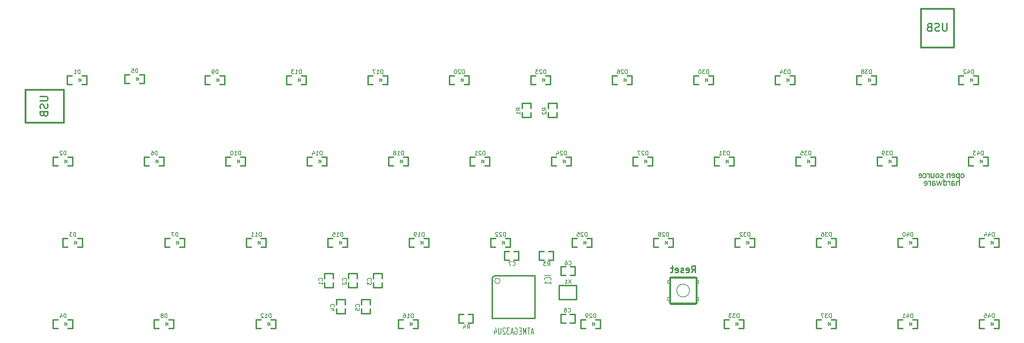
<source format=gbo>
G04 (created by PCBNEW (2013-07-07 BZR 4022)-stable) date 7/27/2014 4:03:04 PM*
%MOIN*%
G04 Gerber Fmt 3.4, Leading zero omitted, Abs format*
%FSLAX34Y34*%
G01*
G70*
G90*
G04 APERTURE LIST*
%ADD10C,0.00590551*%
%ADD11C,0.0001*%
%ADD12C,0.015*%
%ADD13C,0.012*%
%ADD14C,0.008*%
%ADD15C,0.011811*%
%ADD16C,0.00787402*%
%ADD17C,0.0079*%
%ADD18C,0.00625197*%
G04 APERTURE END LIST*
G54D10*
G54D11*
G36*
X118127Y-46305D02*
X118123Y-46355D01*
X118112Y-46401D01*
X118094Y-46441D01*
X118071Y-46474D01*
X118042Y-46499D01*
X118035Y-46502D01*
X118035Y-46255D01*
X118031Y-46240D01*
X118019Y-46207D01*
X118001Y-46183D01*
X117977Y-46168D01*
X117949Y-46162D01*
X117918Y-46165D01*
X117892Y-46176D01*
X117872Y-46197D01*
X117858Y-46227D01*
X117856Y-46236D01*
X117852Y-46255D01*
X117943Y-46255D01*
X118035Y-46255D01*
X118035Y-46502D01*
X118007Y-46515D01*
X118006Y-46516D01*
X117991Y-46518D01*
X117968Y-46520D01*
X117941Y-46521D01*
X117912Y-46521D01*
X117886Y-46520D01*
X117865Y-46518D01*
X117856Y-46517D01*
X117839Y-46510D01*
X117820Y-46499D01*
X117801Y-46487D01*
X117784Y-46474D01*
X117772Y-46463D01*
X117767Y-46455D01*
X117771Y-46450D01*
X117781Y-46439D01*
X117796Y-46425D01*
X117801Y-46422D01*
X117834Y-46393D01*
X117847Y-46404D01*
X117867Y-46418D01*
X117893Y-46430D01*
X117919Y-46437D01*
X117931Y-46438D01*
X117955Y-46435D01*
X117981Y-46425D01*
X118002Y-46412D01*
X118008Y-46406D01*
X118017Y-46392D01*
X118026Y-46372D01*
X118032Y-46352D01*
X118034Y-46343D01*
X118033Y-46340D01*
X118030Y-46337D01*
X118024Y-46336D01*
X118013Y-46334D01*
X117995Y-46334D01*
X117971Y-46333D01*
X117938Y-46333D01*
X117895Y-46333D01*
X117756Y-46333D01*
X117756Y-46292D01*
X117759Y-46238D01*
X117769Y-46192D01*
X117787Y-46154D01*
X117812Y-46123D01*
X117845Y-46097D01*
X117858Y-46090D01*
X117872Y-46083D01*
X117886Y-46078D01*
X117901Y-46076D01*
X117922Y-46075D01*
X117942Y-46075D01*
X117969Y-46075D01*
X117988Y-46076D01*
X118002Y-46079D01*
X118016Y-46084D01*
X118026Y-46090D01*
X118061Y-46114D01*
X118088Y-46146D01*
X118108Y-46186D01*
X118121Y-46235D01*
X118124Y-46252D01*
X118127Y-46305D01*
X118127Y-46305D01*
X118127Y-46305D01*
G37*
G36*
X118428Y-46522D02*
X118381Y-46522D01*
X118334Y-46522D01*
X118333Y-46373D01*
X118332Y-46329D01*
X118332Y-46294D01*
X118331Y-46267D01*
X118330Y-46247D01*
X118328Y-46233D01*
X118327Y-46223D01*
X118324Y-46215D01*
X118321Y-46208D01*
X118318Y-46204D01*
X118300Y-46184D01*
X118275Y-46171D01*
X118248Y-46166D01*
X118221Y-46171D01*
X118208Y-46177D01*
X118190Y-46188D01*
X118156Y-46148D01*
X118121Y-46109D01*
X118136Y-46096D01*
X118164Y-46081D01*
X118200Y-46073D01*
X118225Y-46072D01*
X118263Y-46076D01*
X118297Y-46091D01*
X118315Y-46103D01*
X118334Y-46117D01*
X118334Y-46097D01*
X118334Y-46077D01*
X118381Y-46077D01*
X118428Y-46077D01*
X118428Y-46300D01*
X118428Y-46522D01*
X118428Y-46522D01*
X118428Y-46522D01*
G37*
G36*
X118877Y-46405D02*
X118869Y-46439D01*
X118851Y-46470D01*
X118826Y-46496D01*
X118803Y-46511D01*
X118791Y-46516D01*
X118788Y-46517D01*
X118788Y-46390D01*
X118785Y-46370D01*
X118771Y-46352D01*
X118766Y-46348D01*
X118758Y-46343D01*
X118747Y-46339D01*
X118733Y-46337D01*
X118712Y-46335D01*
X118682Y-46334D01*
X118680Y-46334D01*
X118610Y-46332D01*
X118613Y-46368D01*
X118616Y-46394D01*
X118622Y-46411D01*
X118632Y-46422D01*
X118648Y-46431D01*
X118665Y-46436D01*
X118688Y-46437D01*
X118714Y-46437D01*
X118739Y-46433D01*
X118758Y-46428D01*
X118764Y-46425D01*
X118781Y-46409D01*
X118788Y-46390D01*
X118788Y-46517D01*
X118779Y-46519D01*
X118765Y-46521D01*
X118745Y-46522D01*
X118717Y-46521D01*
X118712Y-46521D01*
X118684Y-46520D01*
X118664Y-46519D01*
X118651Y-46517D01*
X118642Y-46514D01*
X118635Y-46509D01*
X118629Y-46503D01*
X118612Y-46486D01*
X118612Y-46504D01*
X118612Y-46522D01*
X118564Y-46522D01*
X118516Y-46522D01*
X118518Y-46345D01*
X118519Y-46296D01*
X118519Y-46257D01*
X118520Y-46226D01*
X118521Y-46203D01*
X118522Y-46185D01*
X118523Y-46172D01*
X118525Y-46163D01*
X118528Y-46155D01*
X118531Y-46149D01*
X118532Y-46147D01*
X118548Y-46122D01*
X118568Y-46104D01*
X118595Y-46088D01*
X118598Y-46087D01*
X118611Y-46082D01*
X118624Y-46078D01*
X118639Y-46076D01*
X118660Y-46075D01*
X118688Y-46075D01*
X118698Y-46075D01*
X118728Y-46075D01*
X118750Y-46075D01*
X118766Y-46077D01*
X118778Y-46080D01*
X118791Y-46085D01*
X118802Y-46090D01*
X118822Y-46102D01*
X118839Y-46115D01*
X118851Y-46128D01*
X118856Y-46138D01*
X118856Y-46138D01*
X118852Y-46143D01*
X118841Y-46152D01*
X118825Y-46164D01*
X118820Y-46169D01*
X118783Y-46196D01*
X118772Y-46183D01*
X118758Y-46172D01*
X118740Y-46165D01*
X118716Y-46161D01*
X118697Y-46161D01*
X118664Y-46163D01*
X118639Y-46170D01*
X118623Y-46183D01*
X118614Y-46202D01*
X118612Y-46229D01*
X118612Y-46230D01*
X118612Y-46254D01*
X118696Y-46256D01*
X118729Y-46257D01*
X118754Y-46258D01*
X118771Y-46260D01*
X118785Y-46263D01*
X118796Y-46267D01*
X118807Y-46272D01*
X118809Y-46273D01*
X118831Y-46286D01*
X118847Y-46300D01*
X118859Y-46318D01*
X118867Y-46333D01*
X118877Y-46368D01*
X118877Y-46405D01*
X118877Y-46405D01*
X118877Y-46405D01*
G37*
G36*
X119509Y-46080D02*
X119439Y-46300D01*
X119370Y-46519D01*
X119327Y-46521D01*
X119285Y-46522D01*
X119277Y-46496D01*
X119273Y-46483D01*
X119267Y-46461D01*
X119258Y-46432D01*
X119248Y-46399D01*
X119238Y-46363D01*
X119233Y-46348D01*
X119223Y-46314D01*
X119214Y-46283D01*
X119206Y-46258D01*
X119199Y-46239D01*
X119196Y-46229D01*
X119195Y-46227D01*
X119193Y-46233D01*
X119188Y-46247D01*
X119180Y-46270D01*
X119171Y-46301D01*
X119160Y-46337D01*
X119147Y-46378D01*
X119134Y-46423D01*
X119120Y-46471D01*
X119114Y-46493D01*
X119105Y-46522D01*
X119064Y-46522D01*
X119042Y-46521D01*
X119028Y-46520D01*
X119021Y-46516D01*
X119019Y-46512D01*
X119016Y-46505D01*
X119011Y-46488D01*
X119002Y-46463D01*
X118992Y-46431D01*
X118980Y-46394D01*
X118966Y-46351D01*
X118952Y-46306D01*
X118947Y-46291D01*
X118879Y-46080D01*
X118927Y-46079D01*
X118949Y-46078D01*
X118967Y-46079D01*
X118977Y-46081D01*
X118979Y-46081D01*
X118981Y-46088D01*
X118986Y-46103D01*
X118993Y-46127D01*
X119001Y-46156D01*
X119011Y-46191D01*
X119020Y-46225D01*
X119030Y-46262D01*
X119040Y-46296D01*
X119048Y-46325D01*
X119055Y-46348D01*
X119059Y-46362D01*
X119061Y-46368D01*
X119064Y-46363D01*
X119069Y-46350D01*
X119077Y-46329D01*
X119086Y-46301D01*
X119098Y-46267D01*
X119110Y-46230D01*
X119112Y-46224D01*
X119159Y-46077D01*
X119195Y-46077D01*
X119231Y-46077D01*
X119278Y-46225D01*
X119290Y-46263D01*
X119302Y-46297D01*
X119312Y-46325D01*
X119320Y-46348D01*
X119326Y-46362D01*
X119329Y-46368D01*
X119329Y-46368D01*
X119331Y-46361D01*
X119336Y-46346D01*
X119343Y-46322D01*
X119351Y-46293D01*
X119361Y-46258D01*
X119370Y-46225D01*
X119380Y-46187D01*
X119389Y-46153D01*
X119398Y-46124D01*
X119404Y-46101D01*
X119408Y-46086D01*
X119410Y-46081D01*
X119417Y-46080D01*
X119433Y-46078D01*
X119454Y-46078D01*
X119462Y-46079D01*
X119509Y-46080D01*
X119509Y-46080D01*
X119509Y-46080D01*
G37*
G36*
X119907Y-46297D02*
X119907Y-46343D01*
X119905Y-46380D01*
X119902Y-46409D01*
X119897Y-46432D01*
X119890Y-46450D01*
X119880Y-46466D01*
X119868Y-46479D01*
X119847Y-46498D01*
X119827Y-46511D01*
X119813Y-46516D01*
X119813Y-46297D01*
X119811Y-46253D01*
X119805Y-46220D01*
X119794Y-46195D01*
X119778Y-46178D01*
X119757Y-46169D01*
X119730Y-46166D01*
X119701Y-46170D01*
X119678Y-46182D01*
X119661Y-46204D01*
X119660Y-46207D01*
X119654Y-46218D01*
X119651Y-46231D01*
X119648Y-46246D01*
X119647Y-46267D01*
X119647Y-46297D01*
X119647Y-46327D01*
X119648Y-46348D01*
X119650Y-46363D01*
X119654Y-46376D01*
X119659Y-46389D01*
X119660Y-46389D01*
X119675Y-46412D01*
X119695Y-46426D01*
X119720Y-46432D01*
X119737Y-46431D01*
X119758Y-46428D01*
X119774Y-46421D01*
X119783Y-46414D01*
X119795Y-46399D01*
X119804Y-46382D01*
X119810Y-46360D01*
X119812Y-46331D01*
X119813Y-46297D01*
X119813Y-46516D01*
X119805Y-46518D01*
X119778Y-46521D01*
X119749Y-46521D01*
X119724Y-46520D01*
X119706Y-46518D01*
X119693Y-46515D01*
X119682Y-46509D01*
X119669Y-46501D01*
X119644Y-46483D01*
X119644Y-46503D01*
X119644Y-46522D01*
X119597Y-46522D01*
X119550Y-46522D01*
X119550Y-46211D01*
X119550Y-45900D01*
X119597Y-45900D01*
X119644Y-45900D01*
X119644Y-46008D01*
X119644Y-46116D01*
X119666Y-46100D01*
X119699Y-46082D01*
X119736Y-46073D01*
X119774Y-46073D01*
X119810Y-46080D01*
X119843Y-46096D01*
X119870Y-46119D01*
X119878Y-46129D01*
X119887Y-46144D01*
X119895Y-46159D01*
X119900Y-46176D01*
X119904Y-46198D01*
X119906Y-46225D01*
X119907Y-46260D01*
X119907Y-46297D01*
X119907Y-46297D01*
X119907Y-46297D01*
G37*
G36*
X120205Y-46522D02*
X120161Y-46522D01*
X120117Y-46522D01*
X120115Y-46376D01*
X120115Y-46331D01*
X120114Y-46297D01*
X120113Y-46270D01*
X120112Y-46250D01*
X120111Y-46235D01*
X120109Y-46225D01*
X120106Y-46216D01*
X120102Y-46209D01*
X120102Y-46208D01*
X120085Y-46187D01*
X120062Y-46172D01*
X120035Y-46166D01*
X120008Y-46170D01*
X119989Y-46178D01*
X119977Y-46185D01*
X119970Y-46188D01*
X119970Y-46187D01*
X119966Y-46183D01*
X119957Y-46172D01*
X119943Y-46156D01*
X119937Y-46149D01*
X119923Y-46132D01*
X119912Y-46117D01*
X119906Y-46108D01*
X119905Y-46106D01*
X119910Y-46101D01*
X119922Y-46093D01*
X119934Y-46086D01*
X119970Y-46074D01*
X120009Y-46071D01*
X120047Y-46078D01*
X120083Y-46093D01*
X120097Y-46102D01*
X120116Y-46117D01*
X120116Y-46097D01*
X120116Y-46077D01*
X120161Y-46077D01*
X120205Y-46077D01*
X120205Y-46300D01*
X120205Y-46522D01*
X120205Y-46522D01*
X120205Y-46522D01*
G37*
G36*
X120658Y-46388D02*
X120655Y-46425D01*
X120645Y-46455D01*
X120627Y-46480D01*
X120613Y-46493D01*
X120594Y-46506D01*
X120572Y-46515D01*
X120570Y-46515D01*
X120570Y-46390D01*
X120567Y-46370D01*
X120553Y-46352D01*
X120548Y-46348D01*
X120540Y-46343D01*
X120530Y-46339D01*
X120515Y-46337D01*
X120494Y-46335D01*
X120465Y-46334D01*
X120463Y-46334D01*
X120393Y-46332D01*
X120395Y-46368D01*
X120400Y-46399D01*
X120411Y-46421D01*
X120429Y-46433D01*
X120435Y-46435D01*
X120453Y-46437D01*
X120477Y-46437D01*
X120502Y-46435D01*
X120524Y-46432D01*
X120541Y-46428D01*
X120547Y-46425D01*
X120564Y-46409D01*
X120570Y-46390D01*
X120570Y-46515D01*
X120546Y-46520D01*
X120512Y-46521D01*
X120487Y-46521D01*
X120459Y-46520D01*
X120440Y-46518D01*
X120427Y-46515D01*
X120417Y-46510D01*
X120411Y-46506D01*
X120394Y-46494D01*
X120394Y-46508D01*
X120394Y-46515D01*
X120391Y-46519D01*
X120384Y-46521D01*
X120370Y-46522D01*
X120347Y-46522D01*
X120347Y-46522D01*
X120300Y-46522D01*
X120300Y-46358D01*
X120300Y-46306D01*
X120300Y-46261D01*
X120302Y-46223D01*
X120303Y-46195D01*
X120305Y-46175D01*
X120306Y-46169D01*
X120318Y-46140D01*
X120340Y-46114D01*
X120368Y-46093D01*
X120379Y-46088D01*
X120397Y-46082D01*
X120418Y-46077D01*
X120445Y-46074D01*
X120467Y-46073D01*
X120510Y-46073D01*
X120544Y-46076D01*
X120573Y-46085D01*
X120597Y-46098D01*
X120616Y-46113D01*
X120628Y-46126D01*
X120637Y-46136D01*
X120638Y-46140D01*
X120633Y-46144D01*
X120621Y-46153D01*
X120605Y-46165D01*
X120601Y-46169D01*
X120565Y-46195D01*
X120549Y-46180D01*
X120538Y-46171D01*
X120525Y-46165D01*
X120507Y-46162D01*
X120497Y-46162D01*
X120459Y-46161D01*
X120431Y-46166D01*
X120412Y-46176D01*
X120400Y-46192D01*
X120394Y-46214D01*
X120394Y-46224D01*
X120394Y-46254D01*
X120476Y-46256D01*
X120509Y-46257D01*
X120532Y-46258D01*
X120550Y-46260D01*
X120563Y-46262D01*
X120575Y-46267D01*
X120587Y-46272D01*
X120592Y-46275D01*
X120614Y-46289D01*
X120631Y-46304D01*
X120641Y-46319D01*
X120650Y-46335D01*
X120655Y-46349D01*
X120657Y-46365D01*
X120658Y-46388D01*
X120658Y-46388D01*
X120658Y-46388D01*
G37*
G36*
X121077Y-46522D02*
X121031Y-46522D01*
X120984Y-46522D01*
X120982Y-46376D01*
X120981Y-46332D01*
X120981Y-46297D01*
X120980Y-46270D01*
X120979Y-46251D01*
X120977Y-46236D01*
X120975Y-46226D01*
X120973Y-46218D01*
X120969Y-46212D01*
X120969Y-46211D01*
X120950Y-46187D01*
X120926Y-46173D01*
X120900Y-46166D01*
X120874Y-46169D01*
X120850Y-46180D01*
X120831Y-46199D01*
X120823Y-46211D01*
X120819Y-46219D01*
X120816Y-46227D01*
X120814Y-46236D01*
X120813Y-46249D01*
X120812Y-46266D01*
X120811Y-46289D01*
X120811Y-46320D01*
X120811Y-46359D01*
X120811Y-46379D01*
X120811Y-46522D01*
X120764Y-46522D01*
X120716Y-46522D01*
X120716Y-46362D01*
X120716Y-46309D01*
X120717Y-46266D01*
X120718Y-46232D01*
X120720Y-46205D01*
X120723Y-46183D01*
X120727Y-46166D01*
X120732Y-46152D01*
X120739Y-46140D01*
X120748Y-46128D01*
X120750Y-46126D01*
X120778Y-46100D01*
X120812Y-46082D01*
X120850Y-46073D01*
X120888Y-46073D01*
X120926Y-46082D01*
X120955Y-46097D01*
X120983Y-46116D01*
X120983Y-45949D01*
X120983Y-45784D01*
X120978Y-45787D01*
X120978Y-45602D01*
X120976Y-45559D01*
X120970Y-45525D01*
X120960Y-45501D01*
X120944Y-45484D01*
X120923Y-45474D01*
X120895Y-45471D01*
X120893Y-45471D01*
X120866Y-45475D01*
X120844Y-45488D01*
X120825Y-45511D01*
X120825Y-45512D01*
X120820Y-45522D01*
X120817Y-45532D01*
X120815Y-45547D01*
X120814Y-45568D01*
X120814Y-45597D01*
X120814Y-45603D01*
X120814Y-45638D01*
X120816Y-45665D01*
X120820Y-45684D01*
X120826Y-45699D01*
X120835Y-45711D01*
X120843Y-45719D01*
X120865Y-45732D01*
X120891Y-45737D01*
X120918Y-45734D01*
X120942Y-45724D01*
X120944Y-45723D01*
X120958Y-45709D01*
X120968Y-45690D01*
X120975Y-45664D01*
X120978Y-45630D01*
X120978Y-45602D01*
X120978Y-45787D01*
X120960Y-45801D01*
X120923Y-45821D01*
X120885Y-45831D01*
X120847Y-45830D01*
X120810Y-45820D01*
X120777Y-45801D01*
X120757Y-45783D01*
X120745Y-45769D01*
X120736Y-45755D01*
X120729Y-45741D01*
X120724Y-45723D01*
X120721Y-45701D01*
X120720Y-45673D01*
X120719Y-45636D01*
X120719Y-45606D01*
X120719Y-45562D01*
X120720Y-45527D01*
X120723Y-45499D01*
X120726Y-45478D01*
X120732Y-45461D01*
X120739Y-45446D01*
X120750Y-45432D01*
X120759Y-45422D01*
X120787Y-45398D01*
X120818Y-45383D01*
X120855Y-45377D01*
X120872Y-45376D01*
X120910Y-45381D01*
X120942Y-45393D01*
X120966Y-45409D01*
X120983Y-45424D01*
X120983Y-45401D01*
X120983Y-45378D01*
X121030Y-45378D01*
X121077Y-45378D01*
X121077Y-45950D01*
X121077Y-46522D01*
X121077Y-46522D01*
X121077Y-46522D01*
G37*
G36*
X117648Y-45588D02*
X117647Y-45639D01*
X117638Y-45691D01*
X117633Y-45711D01*
X117618Y-45743D01*
X117596Y-45773D01*
X117569Y-45798D01*
X117556Y-45806D01*
X117556Y-45560D01*
X117555Y-45554D01*
X117551Y-45541D01*
X117548Y-45530D01*
X117535Y-45502D01*
X117516Y-45482D01*
X117493Y-45469D01*
X117468Y-45465D01*
X117443Y-45468D01*
X117419Y-45478D01*
X117399Y-45496D01*
X117383Y-45520D01*
X117376Y-45544D01*
X117373Y-45562D01*
X117464Y-45562D01*
X117495Y-45561D01*
X117521Y-45561D01*
X117541Y-45561D01*
X117553Y-45560D01*
X117556Y-45560D01*
X117556Y-45806D01*
X117539Y-45816D01*
X117531Y-45819D01*
X117494Y-45827D01*
X117454Y-45831D01*
X117417Y-45829D01*
X117400Y-45826D01*
X117357Y-45812D01*
X117319Y-45789D01*
X117313Y-45785D01*
X117298Y-45772D01*
X117293Y-45761D01*
X117297Y-45750D01*
X117311Y-45735D01*
X117312Y-45734D01*
X117331Y-45718D01*
X117344Y-45708D01*
X117353Y-45704D01*
X117362Y-45706D01*
X117371Y-45711D01*
X117378Y-45717D01*
X117410Y-45734D01*
X117442Y-45741D01*
X117473Y-45740D01*
X117501Y-45730D01*
X117525Y-45712D01*
X117543Y-45687D01*
X117552Y-45657D01*
X117556Y-45639D01*
X117423Y-45639D01*
X117289Y-45639D01*
X117289Y-45566D01*
X117290Y-45536D01*
X117290Y-45514D01*
X117292Y-45499D01*
X117294Y-45487D01*
X117299Y-45476D01*
X117305Y-45464D01*
X117306Y-45464D01*
X117332Y-45428D01*
X117365Y-45402D01*
X117404Y-45385D01*
X117448Y-45377D01*
X117464Y-45376D01*
X117506Y-45380D01*
X117541Y-45390D01*
X117572Y-45410D01*
X117588Y-45424D01*
X117612Y-45455D01*
X117631Y-45494D01*
X117643Y-45539D01*
X117648Y-45588D01*
X117648Y-45588D01*
X117648Y-45588D01*
G37*
G36*
X118028Y-45603D02*
X118024Y-45659D01*
X118012Y-45707D01*
X117992Y-45748D01*
X117965Y-45781D01*
X117930Y-45806D01*
X117889Y-45823D01*
X117844Y-45830D01*
X117821Y-45831D01*
X117798Y-45830D01*
X117786Y-45828D01*
X117765Y-45822D01*
X117742Y-45812D01*
X117718Y-45799D01*
X117697Y-45785D01*
X117680Y-45772D01*
X117669Y-45760D01*
X117667Y-45754D01*
X117671Y-45748D01*
X117681Y-45736D01*
X117696Y-45722D01*
X117701Y-45717D01*
X117718Y-45703D01*
X117729Y-45695D01*
X117736Y-45693D01*
X117740Y-45696D01*
X117740Y-45697D01*
X117748Y-45705D01*
X117761Y-45715D01*
X117771Y-45721D01*
X117793Y-45731D01*
X117814Y-45736D01*
X117828Y-45736D01*
X117863Y-45731D01*
X117891Y-45717D01*
X117912Y-45695D01*
X117926Y-45664D01*
X117933Y-45625D01*
X117934Y-45608D01*
X117931Y-45564D01*
X117921Y-45530D01*
X117905Y-45503D01*
X117882Y-45485D01*
X117858Y-45475D01*
X117824Y-45470D01*
X117794Y-45474D01*
X117765Y-45490D01*
X117749Y-45503D01*
X117733Y-45517D01*
X117700Y-45488D01*
X117685Y-45474D01*
X117673Y-45461D01*
X117667Y-45453D01*
X117667Y-45452D01*
X117672Y-45444D01*
X117684Y-45432D01*
X117701Y-45419D01*
X117722Y-45405D01*
X117743Y-45393D01*
X117748Y-45391D01*
X117769Y-45383D01*
X117788Y-45378D01*
X117810Y-45376D01*
X117825Y-45376D01*
X117869Y-45379D01*
X117907Y-45389D01*
X117940Y-45407D01*
X117953Y-45416D01*
X117983Y-45446D01*
X118006Y-45484D01*
X118021Y-45530D01*
X118028Y-45583D01*
X118028Y-45603D01*
X118028Y-45603D01*
X118028Y-45603D01*
G37*
G36*
X118768Y-45378D02*
X118766Y-45549D01*
X118766Y-45600D01*
X118765Y-45642D01*
X118764Y-45675D01*
X118762Y-45700D01*
X118760Y-45721D01*
X118756Y-45736D01*
X118751Y-45749D01*
X118745Y-45760D01*
X118737Y-45770D01*
X118727Y-45782D01*
X118726Y-45783D01*
X118709Y-45798D01*
X118689Y-45812D01*
X118681Y-45817D01*
X118659Y-45824D01*
X118634Y-45829D01*
X118608Y-45832D01*
X118588Y-45831D01*
X118587Y-45830D01*
X118558Y-45822D01*
X118538Y-45813D01*
X118521Y-45800D01*
X118519Y-45799D01*
X118500Y-45783D01*
X118500Y-45805D01*
X118500Y-45828D01*
X118453Y-45828D01*
X118406Y-45828D01*
X118406Y-45603D01*
X118406Y-45378D01*
X118453Y-45378D01*
X118500Y-45378D01*
X118502Y-45527D01*
X118502Y-45575D01*
X118503Y-45614D01*
X118505Y-45645D01*
X118507Y-45668D01*
X118510Y-45685D01*
X118515Y-45698D01*
X118521Y-45707D01*
X118529Y-45715D01*
X118539Y-45722D01*
X118541Y-45723D01*
X118567Y-45735D01*
X118590Y-45737D01*
X118615Y-45730D01*
X118621Y-45727D01*
X118635Y-45720D01*
X118645Y-45713D01*
X118654Y-45705D01*
X118660Y-45694D01*
X118664Y-45678D01*
X118667Y-45658D01*
X118669Y-45631D01*
X118671Y-45596D01*
X118671Y-45552D01*
X118672Y-45527D01*
X118673Y-45378D01*
X118721Y-45378D01*
X118768Y-45378D01*
X118768Y-45378D01*
X118768Y-45378D01*
G37*
G36*
X119203Y-45603D02*
X119202Y-45647D01*
X119199Y-45682D01*
X119194Y-45710D01*
X119186Y-45733D01*
X119174Y-45753D01*
X119161Y-45769D01*
X119130Y-45798D01*
X119109Y-45810D01*
X119109Y-45611D01*
X119109Y-45603D01*
X119108Y-45569D01*
X119106Y-45544D01*
X119102Y-45525D01*
X119094Y-45510D01*
X119084Y-45497D01*
X119077Y-45491D01*
X119054Y-45477D01*
X119027Y-45471D01*
X119000Y-45474D01*
X118975Y-45484D01*
X118954Y-45501D01*
X118939Y-45525D01*
X118939Y-45527D01*
X118935Y-45544D01*
X118933Y-45569D01*
X118932Y-45598D01*
X118932Y-45628D01*
X118934Y-45654D01*
X118937Y-45674D01*
X118938Y-45679D01*
X118952Y-45704D01*
X118974Y-45723D01*
X118999Y-45734D01*
X119028Y-45736D01*
X119056Y-45730D01*
X119068Y-45724D01*
X119080Y-45714D01*
X119092Y-45698D01*
X119096Y-45693D01*
X119101Y-45682D01*
X119105Y-45671D01*
X119107Y-45657D01*
X119108Y-45638D01*
X119109Y-45611D01*
X119109Y-45810D01*
X119095Y-45818D01*
X119059Y-45828D01*
X119036Y-45832D01*
X119018Y-45833D01*
X119000Y-45832D01*
X118979Y-45828D01*
X118938Y-45814D01*
X118902Y-45792D01*
X118873Y-45762D01*
X118855Y-45730D01*
X118845Y-45698D01*
X118838Y-45659D01*
X118836Y-45615D01*
X118837Y-45571D01*
X118842Y-45529D01*
X118850Y-45492D01*
X118859Y-45469D01*
X118882Y-45434D01*
X118912Y-45407D01*
X118950Y-45388D01*
X118993Y-45378D01*
X119020Y-45376D01*
X119061Y-45379D01*
X119096Y-45389D01*
X119128Y-45407D01*
X119151Y-45428D01*
X119169Y-45448D01*
X119183Y-45467D01*
X119192Y-45488D01*
X119198Y-45513D01*
X119202Y-45544D01*
X119203Y-45583D01*
X119203Y-45603D01*
X119203Y-45603D01*
X119203Y-45603D01*
G37*
G36*
X119635Y-45750D02*
X119619Y-45763D01*
X119570Y-45796D01*
X119518Y-45818D01*
X119464Y-45830D01*
X119410Y-45831D01*
X119384Y-45828D01*
X119345Y-45817D01*
X119310Y-45800D01*
X119283Y-45778D01*
X119263Y-45752D01*
X119256Y-45734D01*
X119250Y-45697D01*
X119253Y-45660D01*
X119264Y-45627D01*
X119280Y-45602D01*
X119296Y-45586D01*
X119316Y-45575D01*
X119340Y-45566D01*
X119371Y-45560D01*
X119406Y-45556D01*
X119433Y-45554D01*
X119457Y-45551D01*
X119475Y-45547D01*
X119484Y-45545D01*
X119500Y-45533D01*
X119506Y-45516D01*
X119504Y-45498D01*
X119493Y-45481D01*
X119487Y-45477D01*
X119476Y-45470D01*
X119462Y-45467D01*
X119441Y-45466D01*
X119432Y-45466D01*
X119409Y-45467D01*
X119392Y-45470D01*
X119373Y-45477D01*
X119355Y-45486D01*
X119316Y-45505D01*
X119299Y-45486D01*
X119286Y-45471D01*
X119274Y-45456D01*
X119271Y-45452D01*
X119259Y-45438D01*
X119278Y-45422D01*
X119305Y-45405D01*
X119339Y-45391D01*
X119377Y-45381D01*
X119415Y-45375D01*
X119452Y-45375D01*
X119458Y-45376D01*
X119504Y-45385D01*
X119542Y-45401D01*
X119570Y-45423D01*
X119589Y-45452D01*
X119599Y-45487D01*
X119601Y-45511D01*
X119598Y-45546D01*
X119588Y-45574D01*
X119570Y-45598D01*
X119560Y-45608D01*
X119546Y-45619D01*
X119530Y-45627D01*
X119511Y-45634D01*
X119487Y-45639D01*
X119455Y-45643D01*
X119436Y-45645D01*
X119401Y-45649D01*
X119378Y-45654D01*
X119361Y-45661D01*
X119351Y-45671D01*
X119347Y-45684D01*
X119346Y-45688D01*
X119349Y-45707D01*
X119361Y-45722D01*
X119380Y-45733D01*
X119404Y-45740D01*
X119433Y-45742D01*
X119465Y-45739D01*
X119497Y-45730D01*
X119506Y-45726D01*
X119522Y-45718D01*
X119540Y-45706D01*
X119547Y-45701D01*
X119568Y-45683D01*
X119602Y-45717D01*
X119635Y-45750D01*
X119635Y-45750D01*
X119635Y-45750D01*
G37*
G36*
X120661Y-45591D02*
X120659Y-45628D01*
X120656Y-45664D01*
X120651Y-45696D01*
X120645Y-45718D01*
X120624Y-45757D01*
X120596Y-45788D01*
X120560Y-45811D01*
X120517Y-45826D01*
X120508Y-45828D01*
X120483Y-45832D01*
X120463Y-45833D01*
X120442Y-45831D01*
X120420Y-45828D01*
X120379Y-45816D01*
X120340Y-45794D01*
X120321Y-45779D01*
X120298Y-45758D01*
X120332Y-45729D01*
X120348Y-45716D01*
X120361Y-45706D01*
X120368Y-45701D01*
X120369Y-45700D01*
X120375Y-45704D01*
X120386Y-45712D01*
X120389Y-45714D01*
X120412Y-45728D01*
X120439Y-45738D01*
X120467Y-45742D01*
X120484Y-45741D01*
X120514Y-45732D01*
X120539Y-45714D01*
X120556Y-45690D01*
X120565Y-45662D01*
X120568Y-45639D01*
X120566Y-45639D01*
X120566Y-45549D01*
X120563Y-45531D01*
X120554Y-45510D01*
X120542Y-45492D01*
X120531Y-45481D01*
X120503Y-45468D01*
X120473Y-45465D01*
X120445Y-45472D01*
X120420Y-45489D01*
X120419Y-45489D01*
X120405Y-45507D01*
X120394Y-45529D01*
X120389Y-45550D01*
X120389Y-45555D01*
X120393Y-45558D01*
X120406Y-45560D01*
X120428Y-45561D01*
X120460Y-45562D01*
X120477Y-45562D01*
X120511Y-45562D01*
X120534Y-45561D01*
X120550Y-45561D01*
X120560Y-45559D01*
X120564Y-45557D01*
X120566Y-45553D01*
X120566Y-45549D01*
X120566Y-45639D01*
X120430Y-45639D01*
X120293Y-45639D01*
X120295Y-45574D01*
X120298Y-45533D01*
X120303Y-45501D01*
X120312Y-45475D01*
X120326Y-45452D01*
X120345Y-45430D01*
X120353Y-45423D01*
X120387Y-45398D01*
X120425Y-45383D01*
X120467Y-45376D01*
X120477Y-45376D01*
X120523Y-45381D01*
X120563Y-45395D01*
X120596Y-45419D01*
X120624Y-45451D01*
X120644Y-45491D01*
X120655Y-45529D01*
X120659Y-45557D01*
X120661Y-45591D01*
X120661Y-45591D01*
X120661Y-45591D01*
G37*
G36*
X121513Y-45625D02*
X121509Y-45667D01*
X121502Y-45706D01*
X121492Y-45736D01*
X121491Y-45737D01*
X121469Y-45771D01*
X121439Y-45798D01*
X121420Y-45808D01*
X121420Y-45613D01*
X121419Y-45581D01*
X121415Y-45550D01*
X121409Y-45524D01*
X121401Y-45507D01*
X121401Y-45506D01*
X121379Y-45486D01*
X121351Y-45474D01*
X121327Y-45471D01*
X121297Y-45475D01*
X121274Y-45487D01*
X121257Y-45508D01*
X121246Y-45537D01*
X121240Y-45576D01*
X121240Y-45586D01*
X121239Y-45615D01*
X121241Y-45642D01*
X121244Y-45664D01*
X121244Y-45665D01*
X121255Y-45695D01*
X121274Y-45717D01*
X121298Y-45732D01*
X121325Y-45737D01*
X121354Y-45733D01*
X121374Y-45724D01*
X121392Y-45710D01*
X121405Y-45692D01*
X121413Y-45666D01*
X121417Y-45645D01*
X121420Y-45613D01*
X121420Y-45808D01*
X121403Y-45817D01*
X121363Y-45829D01*
X121320Y-45832D01*
X121280Y-45826D01*
X121243Y-45813D01*
X121212Y-45792D01*
X121189Y-45769D01*
X121174Y-45750D01*
X121163Y-45731D01*
X121155Y-45709D01*
X121150Y-45683D01*
X121148Y-45650D01*
X121147Y-45609D01*
X121147Y-45603D01*
X121148Y-45561D01*
X121150Y-45527D01*
X121154Y-45500D01*
X121162Y-45478D01*
X121173Y-45458D01*
X121187Y-45440D01*
X121189Y-45437D01*
X121220Y-45408D01*
X121254Y-45389D01*
X121294Y-45378D01*
X121295Y-45378D01*
X121340Y-45375D01*
X121383Y-45382D01*
X121422Y-45397D01*
X121455Y-45421D01*
X121482Y-45452D01*
X121491Y-45469D01*
X121502Y-45500D01*
X121509Y-45538D01*
X121513Y-45581D01*
X121513Y-45625D01*
X121513Y-45625D01*
X121513Y-45625D01*
G37*
G36*
X118317Y-45828D02*
X118270Y-45828D01*
X118223Y-45828D01*
X118222Y-45676D01*
X118221Y-45631D01*
X118220Y-45595D01*
X118220Y-45568D01*
X118219Y-45548D01*
X118217Y-45533D01*
X118216Y-45523D01*
X118213Y-45516D01*
X118210Y-45511D01*
X118208Y-45508D01*
X118195Y-45493D01*
X118182Y-45482D01*
X118163Y-45473D01*
X118139Y-45470D01*
X118115Y-45474D01*
X118099Y-45480D01*
X118087Y-45487D01*
X118079Y-45489D01*
X118079Y-45488D01*
X118074Y-45484D01*
X118063Y-45472D01*
X118049Y-45456D01*
X118042Y-45449D01*
X118026Y-45430D01*
X118018Y-45417D01*
X118017Y-45408D01*
X118024Y-45401D01*
X118039Y-45393D01*
X118050Y-45388D01*
X118083Y-45378D01*
X118118Y-45376D01*
X118153Y-45382D01*
X118186Y-45394D01*
X118210Y-45411D01*
X118223Y-45423D01*
X118223Y-45401D01*
X118223Y-45378D01*
X118270Y-45378D01*
X118317Y-45378D01*
X118317Y-45603D01*
X118317Y-45828D01*
X118317Y-45828D01*
X118317Y-45828D01*
G37*
G36*
X120222Y-45828D02*
X120175Y-45828D01*
X120127Y-45828D01*
X120127Y-45679D01*
X120127Y-45634D01*
X120127Y-45599D01*
X120127Y-45573D01*
X120126Y-45553D01*
X120125Y-45539D01*
X120123Y-45529D01*
X120121Y-45522D01*
X120118Y-45516D01*
X120115Y-45511D01*
X120096Y-45489D01*
X120075Y-45476D01*
X120050Y-45471D01*
X120044Y-45471D01*
X120018Y-45474D01*
X119996Y-45485D01*
X119977Y-45506D01*
X119975Y-45508D01*
X119972Y-45513D01*
X119969Y-45519D01*
X119967Y-45528D01*
X119965Y-45540D01*
X119964Y-45557D01*
X119963Y-45580D01*
X119963Y-45611D01*
X119962Y-45651D01*
X119962Y-45676D01*
X119960Y-45828D01*
X119913Y-45828D01*
X119866Y-45828D01*
X119867Y-45655D01*
X119868Y-45603D01*
X119869Y-45561D01*
X119870Y-45527D01*
X119871Y-45501D01*
X119874Y-45480D01*
X119878Y-45464D01*
X119883Y-45452D01*
X119889Y-45441D01*
X119898Y-45431D01*
X119908Y-45420D01*
X119910Y-45418D01*
X119940Y-45396D01*
X119974Y-45382D01*
X120012Y-45376D01*
X120049Y-45378D01*
X120085Y-45389D01*
X120116Y-45409D01*
X120118Y-45410D01*
X120124Y-45415D01*
X120127Y-45412D01*
X120127Y-45401D01*
X120127Y-45399D01*
X120127Y-45378D01*
X120175Y-45378D01*
X120222Y-45378D01*
X120222Y-45603D01*
X120222Y-45828D01*
X120222Y-45828D01*
X120222Y-45828D01*
G37*
G54D12*
X35013Y-40716D02*
X38556Y-40716D01*
X38556Y-40716D02*
X38556Y-37684D01*
X38556Y-37684D02*
X35013Y-37684D01*
X35013Y-37684D02*
X35013Y-40716D01*
X117484Y-30213D02*
X117484Y-33756D01*
X117484Y-33756D02*
X120516Y-33756D01*
X120516Y-33756D02*
X120516Y-30213D01*
X120516Y-30213D02*
X117484Y-30213D01*
G54D13*
X78030Y-58770D02*
X81970Y-58770D01*
X81970Y-58770D02*
X81970Y-54830D01*
X78220Y-54830D02*
X81970Y-54830D01*
X78030Y-55020D02*
X78030Y-58770D01*
X78220Y-54830D02*
X78030Y-55020D01*
G54D14*
X78750Y-55300D02*
G75*
G03X78750Y-55300I-250J0D01*
G74*
G01*
G54D15*
X79257Y-52200D02*
X79700Y-52200D01*
X79700Y-52200D02*
X79700Y-51400D01*
X79700Y-51400D02*
X79257Y-51400D01*
X78331Y-52200D02*
X77900Y-52200D01*
X77900Y-52200D02*
X77900Y-51400D01*
X77900Y-51400D02*
X78331Y-51400D01*
G54D16*
X79150Y-51950D02*
X79150Y-51650D01*
X78975Y-51950D02*
X78975Y-51650D01*
X78975Y-51650D02*
X79125Y-51800D01*
X79125Y-51800D02*
X78975Y-51950D01*
G54D15*
X71757Y-52200D02*
X72200Y-52200D01*
X72200Y-52200D02*
X72200Y-51400D01*
X72200Y-51400D02*
X71757Y-51400D01*
X70831Y-52200D02*
X70400Y-52200D01*
X70400Y-52200D02*
X70400Y-51400D01*
X70400Y-51400D02*
X70831Y-51400D01*
G54D16*
X71650Y-51950D02*
X71650Y-51650D01*
X71475Y-51950D02*
X71475Y-51650D01*
X71475Y-51650D02*
X71625Y-51800D01*
X71625Y-51800D02*
X71475Y-51950D01*
G54D15*
X40257Y-37200D02*
X40700Y-37200D01*
X40700Y-37200D02*
X40700Y-36400D01*
X40700Y-36400D02*
X40257Y-36400D01*
X39331Y-37200D02*
X38900Y-37200D01*
X38900Y-37200D02*
X38900Y-36400D01*
X38900Y-36400D02*
X39331Y-36400D01*
G54D16*
X40150Y-36950D02*
X40150Y-36650D01*
X39975Y-36950D02*
X39975Y-36650D01*
X39975Y-36650D02*
X40125Y-36800D01*
X40125Y-36800D02*
X39975Y-36950D01*
G54D15*
X86757Y-52200D02*
X87200Y-52200D01*
X87200Y-52200D02*
X87200Y-51400D01*
X87200Y-51400D02*
X86757Y-51400D01*
X85831Y-52200D02*
X85400Y-52200D01*
X85400Y-52200D02*
X85400Y-51400D01*
X85400Y-51400D02*
X85831Y-51400D01*
G54D16*
X86650Y-51950D02*
X86650Y-51650D01*
X86475Y-51950D02*
X86475Y-51650D01*
X86475Y-51650D02*
X86625Y-51800D01*
X86625Y-51800D02*
X86475Y-51950D01*
G54D15*
X67957Y-37200D02*
X68400Y-37200D01*
X68400Y-37200D02*
X68400Y-36400D01*
X68400Y-36400D02*
X67957Y-36400D01*
X67031Y-37200D02*
X66600Y-37200D01*
X66600Y-37200D02*
X66600Y-36400D01*
X66600Y-36400D02*
X67031Y-36400D01*
G54D16*
X67850Y-36950D02*
X67850Y-36650D01*
X67675Y-36950D02*
X67675Y-36650D01*
X67675Y-36650D02*
X67825Y-36800D01*
X67825Y-36800D02*
X67675Y-36950D01*
G54D15*
X70757Y-59700D02*
X71200Y-59700D01*
X71200Y-59700D02*
X71200Y-58900D01*
X71200Y-58900D02*
X70757Y-58900D01*
X69831Y-59700D02*
X69400Y-59700D01*
X69400Y-59700D02*
X69400Y-58900D01*
X69400Y-58900D02*
X69831Y-58900D01*
G54D16*
X70650Y-59450D02*
X70650Y-59150D01*
X70475Y-59450D02*
X70475Y-59150D01*
X70475Y-59150D02*
X70625Y-59300D01*
X70625Y-59300D02*
X70475Y-59450D01*
G54D15*
X64257Y-52200D02*
X64700Y-52200D01*
X64700Y-52200D02*
X64700Y-51400D01*
X64700Y-51400D02*
X64257Y-51400D01*
X63331Y-52200D02*
X62900Y-52200D01*
X62900Y-52200D02*
X62900Y-51400D01*
X62900Y-51400D02*
X63331Y-51400D01*
G54D16*
X64150Y-51950D02*
X64150Y-51650D01*
X63975Y-51950D02*
X63975Y-51650D01*
X63975Y-51650D02*
X64125Y-51800D01*
X64125Y-51800D02*
X63975Y-51950D01*
G54D15*
X62357Y-44700D02*
X62800Y-44700D01*
X62800Y-44700D02*
X62800Y-43900D01*
X62800Y-43900D02*
X62357Y-43900D01*
X61431Y-44700D02*
X61000Y-44700D01*
X61000Y-44700D02*
X61000Y-43900D01*
X61000Y-43900D02*
X61431Y-43900D01*
G54D16*
X62250Y-44450D02*
X62250Y-44150D01*
X62075Y-44450D02*
X62075Y-44150D01*
X62075Y-44150D02*
X62225Y-44300D01*
X62225Y-44300D02*
X62075Y-44450D01*
G54D15*
X60457Y-37200D02*
X60900Y-37200D01*
X60900Y-37200D02*
X60900Y-36400D01*
X60900Y-36400D02*
X60457Y-36400D01*
X59531Y-37200D02*
X59100Y-37200D01*
X59100Y-37200D02*
X59100Y-36400D01*
X59100Y-36400D02*
X59531Y-36400D01*
G54D16*
X60350Y-36950D02*
X60350Y-36650D01*
X60175Y-36950D02*
X60175Y-36650D01*
X60175Y-36650D02*
X60325Y-36800D01*
X60325Y-36800D02*
X60175Y-36950D01*
G54D15*
X84857Y-44700D02*
X85300Y-44700D01*
X85300Y-44700D02*
X85300Y-43900D01*
X85300Y-43900D02*
X84857Y-43900D01*
X83931Y-44700D02*
X83500Y-44700D01*
X83500Y-44700D02*
X83500Y-43900D01*
X83500Y-43900D02*
X83931Y-43900D01*
G54D16*
X84750Y-44450D02*
X84750Y-44150D01*
X84575Y-44450D02*
X84575Y-44150D01*
X84575Y-44150D02*
X84725Y-44300D01*
X84725Y-44300D02*
X84575Y-44450D01*
G54D15*
X82957Y-37200D02*
X83400Y-37200D01*
X83400Y-37200D02*
X83400Y-36400D01*
X83400Y-36400D02*
X82957Y-36400D01*
X82031Y-37200D02*
X81600Y-37200D01*
X81600Y-37200D02*
X81600Y-36400D01*
X81600Y-36400D02*
X82031Y-36400D01*
G54D16*
X82850Y-36950D02*
X82850Y-36650D01*
X82675Y-36950D02*
X82675Y-36650D01*
X82675Y-36650D02*
X82825Y-36800D01*
X82825Y-36800D02*
X82675Y-36950D01*
G54D15*
X90457Y-37200D02*
X90900Y-37200D01*
X90900Y-37200D02*
X90900Y-36400D01*
X90900Y-36400D02*
X90457Y-36400D01*
X89531Y-37200D02*
X89100Y-37200D01*
X89100Y-37200D02*
X89100Y-36400D01*
X89100Y-36400D02*
X89531Y-36400D01*
G54D16*
X90350Y-36950D02*
X90350Y-36650D01*
X90175Y-36950D02*
X90175Y-36650D01*
X90175Y-36650D02*
X90325Y-36800D01*
X90325Y-36800D02*
X90175Y-36950D01*
G54D15*
X77357Y-44700D02*
X77800Y-44700D01*
X77800Y-44700D02*
X77800Y-43900D01*
X77800Y-43900D02*
X77357Y-43900D01*
X76431Y-44700D02*
X76000Y-44700D01*
X76000Y-44700D02*
X76000Y-43900D01*
X76000Y-43900D02*
X76431Y-43900D01*
G54D16*
X77250Y-44450D02*
X77250Y-44150D01*
X77075Y-44450D02*
X77075Y-44150D01*
X77075Y-44150D02*
X77225Y-44300D01*
X77225Y-44300D02*
X77075Y-44450D01*
G54D15*
X57657Y-59700D02*
X58100Y-59700D01*
X58100Y-59700D02*
X58100Y-58900D01*
X58100Y-58900D02*
X57657Y-58900D01*
X56731Y-59700D02*
X56300Y-59700D01*
X56300Y-59700D02*
X56300Y-58900D01*
X56300Y-58900D02*
X56731Y-58900D01*
G54D16*
X57550Y-59450D02*
X57550Y-59150D01*
X57375Y-59450D02*
X57375Y-59150D01*
X57375Y-59150D02*
X57525Y-59300D01*
X57525Y-59300D02*
X57375Y-59450D01*
G54D15*
X48257Y-59700D02*
X48700Y-59700D01*
X48700Y-59700D02*
X48700Y-58900D01*
X48700Y-58900D02*
X48257Y-58900D01*
X47331Y-59700D02*
X46900Y-59700D01*
X46900Y-59700D02*
X46900Y-58900D01*
X46900Y-58900D02*
X47331Y-58900D01*
G54D16*
X48150Y-59450D02*
X48150Y-59150D01*
X47975Y-59450D02*
X47975Y-59150D01*
X47975Y-59150D02*
X48125Y-59300D01*
X48125Y-59300D02*
X47975Y-59450D01*
G54D15*
X56757Y-52200D02*
X57200Y-52200D01*
X57200Y-52200D02*
X57200Y-51400D01*
X57200Y-51400D02*
X56757Y-51400D01*
X55831Y-52200D02*
X55400Y-52200D01*
X55400Y-52200D02*
X55400Y-51400D01*
X55400Y-51400D02*
X55831Y-51400D01*
G54D16*
X56650Y-51950D02*
X56650Y-51650D01*
X56475Y-51950D02*
X56475Y-51650D01*
X56475Y-51650D02*
X56625Y-51800D01*
X56625Y-51800D02*
X56475Y-51950D01*
G54D15*
X54857Y-44700D02*
X55300Y-44700D01*
X55300Y-44700D02*
X55300Y-43900D01*
X55300Y-43900D02*
X54857Y-43900D01*
X53931Y-44700D02*
X53500Y-44700D01*
X53500Y-44700D02*
X53500Y-43900D01*
X53500Y-43900D02*
X53931Y-43900D01*
G54D16*
X54750Y-44450D02*
X54750Y-44150D01*
X54575Y-44450D02*
X54575Y-44150D01*
X54575Y-44150D02*
X54725Y-44300D01*
X54725Y-44300D02*
X54575Y-44450D01*
G54D15*
X49257Y-52200D02*
X49700Y-52200D01*
X49700Y-52200D02*
X49700Y-51400D01*
X49700Y-51400D02*
X49257Y-51400D01*
X48331Y-52200D02*
X47900Y-52200D01*
X47900Y-52200D02*
X47900Y-51400D01*
X47900Y-51400D02*
X48331Y-51400D01*
G54D16*
X49150Y-51950D02*
X49150Y-51650D01*
X48975Y-51950D02*
X48975Y-51650D01*
X48975Y-51650D02*
X49125Y-51800D01*
X49125Y-51800D02*
X48975Y-51950D01*
G54D15*
X47357Y-44700D02*
X47800Y-44700D01*
X47800Y-44700D02*
X47800Y-43900D01*
X47800Y-43900D02*
X47357Y-43900D01*
X46431Y-44700D02*
X46000Y-44700D01*
X46000Y-44700D02*
X46000Y-43900D01*
X46000Y-43900D02*
X46431Y-43900D01*
G54D16*
X47250Y-44450D02*
X47250Y-44150D01*
X47075Y-44450D02*
X47075Y-44150D01*
X47075Y-44150D02*
X47225Y-44300D01*
X47225Y-44300D02*
X47075Y-44450D01*
G54D15*
X38957Y-44700D02*
X39400Y-44700D01*
X39400Y-44700D02*
X39400Y-43900D01*
X39400Y-43900D02*
X38957Y-43900D01*
X38031Y-44700D02*
X37600Y-44700D01*
X37600Y-44700D02*
X37600Y-43900D01*
X37600Y-43900D02*
X38031Y-43900D01*
G54D16*
X38850Y-44450D02*
X38850Y-44150D01*
X38675Y-44450D02*
X38675Y-44150D01*
X38675Y-44150D02*
X38825Y-44300D01*
X38825Y-44300D02*
X38675Y-44450D01*
G54D15*
X52957Y-37200D02*
X53400Y-37200D01*
X53400Y-37200D02*
X53400Y-36400D01*
X53400Y-36400D02*
X52957Y-36400D01*
X52031Y-37200D02*
X51600Y-37200D01*
X51600Y-37200D02*
X51600Y-36400D01*
X51600Y-36400D02*
X52031Y-36400D01*
G54D16*
X52850Y-36950D02*
X52850Y-36650D01*
X52675Y-36950D02*
X52675Y-36650D01*
X52675Y-36650D02*
X52825Y-36800D01*
X52825Y-36800D02*
X52675Y-36950D01*
G54D15*
X45557Y-37100D02*
X46000Y-37100D01*
X46000Y-37100D02*
X46000Y-36300D01*
X46000Y-36300D02*
X45557Y-36300D01*
X44631Y-37100D02*
X44200Y-37100D01*
X44200Y-37100D02*
X44200Y-36300D01*
X44200Y-36300D02*
X44631Y-36300D01*
G54D16*
X45450Y-36850D02*
X45450Y-36550D01*
X45275Y-36850D02*
X45275Y-36550D01*
X45275Y-36550D02*
X45425Y-36700D01*
X45425Y-36700D02*
X45275Y-36850D01*
G54D15*
X114857Y-44700D02*
X115300Y-44700D01*
X115300Y-44700D02*
X115300Y-43900D01*
X115300Y-43900D02*
X114857Y-43900D01*
X113931Y-44700D02*
X113500Y-44700D01*
X113500Y-44700D02*
X113500Y-43900D01*
X113500Y-43900D02*
X113931Y-43900D01*
G54D16*
X114750Y-44450D02*
X114750Y-44150D01*
X114575Y-44450D02*
X114575Y-44150D01*
X114575Y-44150D02*
X114725Y-44300D01*
X114725Y-44300D02*
X114575Y-44450D01*
G54D15*
X39857Y-52200D02*
X40300Y-52200D01*
X40300Y-52200D02*
X40300Y-51400D01*
X40300Y-51400D02*
X39857Y-51400D01*
X38931Y-52200D02*
X38500Y-52200D01*
X38500Y-52200D02*
X38500Y-51400D01*
X38500Y-51400D02*
X38931Y-51400D01*
G54D16*
X39750Y-51950D02*
X39750Y-51650D01*
X39575Y-51950D02*
X39575Y-51650D01*
X39575Y-51650D02*
X39725Y-51800D01*
X39725Y-51800D02*
X39575Y-51950D01*
G54D15*
X101757Y-52200D02*
X102200Y-52200D01*
X102200Y-52200D02*
X102200Y-51400D01*
X102200Y-51400D02*
X101757Y-51400D01*
X100831Y-52200D02*
X100400Y-52200D01*
X100400Y-52200D02*
X100400Y-51400D01*
X100400Y-51400D02*
X100831Y-51400D01*
G54D16*
X101650Y-51950D02*
X101650Y-51650D01*
X101475Y-51950D02*
X101475Y-51650D01*
X101475Y-51650D02*
X101625Y-51800D01*
X101625Y-51800D02*
X101475Y-51950D01*
G54D15*
X94257Y-52200D02*
X94700Y-52200D01*
X94700Y-52200D02*
X94700Y-51400D01*
X94700Y-51400D02*
X94257Y-51400D01*
X93331Y-52200D02*
X92900Y-52200D01*
X92900Y-52200D02*
X92900Y-51400D01*
X92900Y-51400D02*
X93331Y-51400D01*
G54D16*
X94150Y-51950D02*
X94150Y-51650D01*
X93975Y-51950D02*
X93975Y-51650D01*
X93975Y-51650D02*
X94125Y-51800D01*
X94125Y-51800D02*
X93975Y-51950D01*
G54D15*
X75457Y-37200D02*
X75900Y-37200D01*
X75900Y-37200D02*
X75900Y-36400D01*
X75900Y-36400D02*
X75457Y-36400D01*
X74531Y-37200D02*
X74100Y-37200D01*
X74100Y-37200D02*
X74100Y-36400D01*
X74100Y-36400D02*
X74531Y-36400D01*
G54D16*
X75350Y-36950D02*
X75350Y-36650D01*
X75175Y-36950D02*
X75175Y-36650D01*
X75175Y-36650D02*
X75325Y-36800D01*
X75325Y-36800D02*
X75175Y-36950D01*
G54D15*
X122357Y-37200D02*
X122800Y-37200D01*
X122800Y-37200D02*
X122800Y-36400D01*
X122800Y-36400D02*
X122357Y-36400D01*
X121431Y-37200D02*
X121000Y-37200D01*
X121000Y-37200D02*
X121000Y-36400D01*
X121000Y-36400D02*
X121431Y-36400D01*
G54D16*
X122250Y-36950D02*
X122250Y-36650D01*
X122075Y-36950D02*
X122075Y-36650D01*
X122075Y-36650D02*
X122225Y-36800D01*
X122225Y-36800D02*
X122075Y-36950D01*
G54D15*
X123257Y-44700D02*
X123700Y-44700D01*
X123700Y-44700D02*
X123700Y-43900D01*
X123700Y-43900D02*
X123257Y-43900D01*
X122331Y-44700D02*
X121900Y-44700D01*
X121900Y-44700D02*
X121900Y-43900D01*
X121900Y-43900D02*
X122331Y-43900D01*
G54D16*
X123150Y-44450D02*
X123150Y-44150D01*
X122975Y-44450D02*
X122975Y-44150D01*
X122975Y-44150D02*
X123125Y-44300D01*
X123125Y-44300D02*
X122975Y-44450D01*
G54D15*
X116757Y-59700D02*
X117200Y-59700D01*
X117200Y-59700D02*
X117200Y-58900D01*
X117200Y-58900D02*
X116757Y-58900D01*
X115831Y-59700D02*
X115400Y-59700D01*
X115400Y-59700D02*
X115400Y-58900D01*
X115400Y-58900D02*
X115831Y-58900D01*
G54D16*
X116650Y-59450D02*
X116650Y-59150D01*
X116475Y-59450D02*
X116475Y-59150D01*
X116475Y-59150D02*
X116625Y-59300D01*
X116625Y-59300D02*
X116475Y-59450D01*
G54D15*
X124257Y-52200D02*
X124700Y-52200D01*
X124700Y-52200D02*
X124700Y-51400D01*
X124700Y-51400D02*
X124257Y-51400D01*
X123331Y-52200D02*
X122900Y-52200D01*
X122900Y-52200D02*
X122900Y-51400D01*
X122900Y-51400D02*
X123331Y-51400D01*
G54D16*
X124150Y-51950D02*
X124150Y-51650D01*
X123975Y-51950D02*
X123975Y-51650D01*
X123975Y-51650D02*
X124125Y-51800D01*
X124125Y-51800D02*
X123975Y-51950D01*
G54D15*
X112957Y-37200D02*
X113400Y-37200D01*
X113400Y-37200D02*
X113400Y-36400D01*
X113400Y-36400D02*
X112957Y-36400D01*
X112031Y-37200D02*
X111600Y-37200D01*
X111600Y-37200D02*
X111600Y-36400D01*
X111600Y-36400D02*
X112031Y-36400D01*
G54D16*
X112850Y-36950D02*
X112850Y-36650D01*
X112675Y-36950D02*
X112675Y-36650D01*
X112675Y-36650D02*
X112825Y-36800D01*
X112825Y-36800D02*
X112675Y-36950D01*
G54D15*
X116757Y-52200D02*
X117200Y-52200D01*
X117200Y-52200D02*
X117200Y-51400D01*
X117200Y-51400D02*
X116757Y-51400D01*
X115831Y-52200D02*
X115400Y-52200D01*
X115400Y-52200D02*
X115400Y-51400D01*
X115400Y-51400D02*
X115831Y-51400D01*
G54D16*
X116650Y-51950D02*
X116650Y-51650D01*
X116475Y-51950D02*
X116475Y-51650D01*
X116475Y-51650D02*
X116625Y-51800D01*
X116625Y-51800D02*
X116475Y-51950D01*
G54D15*
X92357Y-44700D02*
X92800Y-44700D01*
X92800Y-44700D02*
X92800Y-43900D01*
X92800Y-43900D02*
X92357Y-43900D01*
X91431Y-44700D02*
X91000Y-44700D01*
X91000Y-44700D02*
X91000Y-43900D01*
X91000Y-43900D02*
X91431Y-43900D01*
G54D16*
X92250Y-44450D02*
X92250Y-44150D01*
X92075Y-44450D02*
X92075Y-44150D01*
X92075Y-44150D02*
X92225Y-44300D01*
X92225Y-44300D02*
X92075Y-44450D01*
G54D15*
X109257Y-59700D02*
X109700Y-59700D01*
X109700Y-59700D02*
X109700Y-58900D01*
X109700Y-58900D02*
X109257Y-58900D01*
X108331Y-59700D02*
X107900Y-59700D01*
X107900Y-59700D02*
X107900Y-58900D01*
X107900Y-58900D02*
X108331Y-58900D01*
G54D16*
X109150Y-59450D02*
X109150Y-59150D01*
X108975Y-59450D02*
X108975Y-59150D01*
X108975Y-59150D02*
X109125Y-59300D01*
X109125Y-59300D02*
X108975Y-59450D01*
G54D15*
X109257Y-52200D02*
X109700Y-52200D01*
X109700Y-52200D02*
X109700Y-51400D01*
X109700Y-51400D02*
X109257Y-51400D01*
X108331Y-52200D02*
X107900Y-52200D01*
X107900Y-52200D02*
X107900Y-51400D01*
X107900Y-51400D02*
X108331Y-51400D01*
G54D16*
X109150Y-51950D02*
X109150Y-51650D01*
X108975Y-51950D02*
X108975Y-51650D01*
X108975Y-51650D02*
X109125Y-51800D01*
X109125Y-51800D02*
X108975Y-51950D01*
G54D15*
X105457Y-37200D02*
X105900Y-37200D01*
X105900Y-37200D02*
X105900Y-36400D01*
X105900Y-36400D02*
X105457Y-36400D01*
X104531Y-37200D02*
X104100Y-37200D01*
X104100Y-37200D02*
X104100Y-36400D01*
X104100Y-36400D02*
X104531Y-36400D01*
G54D16*
X105350Y-36950D02*
X105350Y-36650D01*
X105175Y-36950D02*
X105175Y-36650D01*
X105175Y-36650D02*
X105325Y-36800D01*
X105325Y-36800D02*
X105175Y-36950D01*
G54D15*
X107357Y-44700D02*
X107800Y-44700D01*
X107800Y-44700D02*
X107800Y-43900D01*
X107800Y-43900D02*
X107357Y-43900D01*
X106431Y-44700D02*
X106000Y-44700D01*
X106000Y-44700D02*
X106000Y-43900D01*
X106000Y-43900D02*
X106431Y-43900D01*
G54D16*
X107250Y-44450D02*
X107250Y-44150D01*
X107075Y-44450D02*
X107075Y-44150D01*
X107075Y-44150D02*
X107225Y-44300D01*
X107225Y-44300D02*
X107075Y-44450D01*
G54D15*
X69857Y-44700D02*
X70300Y-44700D01*
X70300Y-44700D02*
X70300Y-43900D01*
X70300Y-43900D02*
X69857Y-43900D01*
X68931Y-44700D02*
X68500Y-44700D01*
X68500Y-44700D02*
X68500Y-43900D01*
X68500Y-43900D02*
X68931Y-43900D01*
G54D16*
X69750Y-44450D02*
X69750Y-44150D01*
X69575Y-44450D02*
X69575Y-44150D01*
X69575Y-44150D02*
X69725Y-44300D01*
X69725Y-44300D02*
X69575Y-44450D01*
G54D15*
X99857Y-44700D02*
X100300Y-44700D01*
X100300Y-44700D02*
X100300Y-43900D01*
X100300Y-43900D02*
X99857Y-43900D01*
X98931Y-44700D02*
X98500Y-44700D01*
X98500Y-44700D02*
X98500Y-43900D01*
X98500Y-43900D02*
X98931Y-43900D01*
G54D16*
X99750Y-44450D02*
X99750Y-44150D01*
X99575Y-44450D02*
X99575Y-44150D01*
X99575Y-44150D02*
X99725Y-44300D01*
X99725Y-44300D02*
X99575Y-44450D01*
G54D15*
X97957Y-37200D02*
X98400Y-37200D01*
X98400Y-37200D02*
X98400Y-36400D01*
X98400Y-36400D02*
X97957Y-36400D01*
X97031Y-37200D02*
X96600Y-37200D01*
X96600Y-37200D02*
X96600Y-36400D01*
X96600Y-36400D02*
X97031Y-36400D01*
G54D16*
X97850Y-36950D02*
X97850Y-36650D01*
X97675Y-36950D02*
X97675Y-36650D01*
X97675Y-36650D02*
X97825Y-36800D01*
X97825Y-36800D02*
X97675Y-36950D01*
G54D15*
X100757Y-59700D02*
X101200Y-59700D01*
X101200Y-59700D02*
X101200Y-58900D01*
X101200Y-58900D02*
X100757Y-58900D01*
X99831Y-59700D02*
X99400Y-59700D01*
X99400Y-59700D02*
X99400Y-58900D01*
X99400Y-58900D02*
X99831Y-58900D01*
G54D16*
X100650Y-59450D02*
X100650Y-59150D01*
X100475Y-59450D02*
X100475Y-59150D01*
X100475Y-59150D02*
X100625Y-59300D01*
X100625Y-59300D02*
X100475Y-59450D01*
G54D15*
X87557Y-59700D02*
X88000Y-59700D01*
X88000Y-59700D02*
X88000Y-58900D01*
X88000Y-58900D02*
X87557Y-58900D01*
X86631Y-59700D02*
X86200Y-59700D01*
X86200Y-59700D02*
X86200Y-58900D01*
X86200Y-58900D02*
X86631Y-58900D01*
G54D16*
X87450Y-59450D02*
X87450Y-59150D01*
X87275Y-59450D02*
X87275Y-59150D01*
X87275Y-59150D02*
X87425Y-59300D01*
X87425Y-59300D02*
X87275Y-59450D01*
G54D15*
X38957Y-59700D02*
X39400Y-59700D01*
X39400Y-59700D02*
X39400Y-58900D01*
X39400Y-58900D02*
X38957Y-58900D01*
X38031Y-59700D02*
X37600Y-59700D01*
X37600Y-59700D02*
X37600Y-58900D01*
X37600Y-58900D02*
X38031Y-58900D01*
G54D16*
X38850Y-59450D02*
X38850Y-59150D01*
X38675Y-59450D02*
X38675Y-59150D01*
X38675Y-59150D02*
X38825Y-59300D01*
X38825Y-59300D02*
X38675Y-59450D01*
G54D15*
X82792Y-52600D02*
X82350Y-52600D01*
X82350Y-52600D02*
X82350Y-53400D01*
X82350Y-53400D02*
X82792Y-53400D01*
X83218Y-52600D02*
X83650Y-52600D01*
X83650Y-52600D02*
X83650Y-53400D01*
X83650Y-53400D02*
X83218Y-53400D01*
X75392Y-58400D02*
X74950Y-58400D01*
X74950Y-58400D02*
X74950Y-59200D01*
X74950Y-59200D02*
X75392Y-59200D01*
X75818Y-58400D02*
X76250Y-58400D01*
X76250Y-58400D02*
X76250Y-59200D01*
X76250Y-59200D02*
X75818Y-59200D01*
X79592Y-52600D02*
X79150Y-52600D01*
X79150Y-52600D02*
X79150Y-53400D01*
X79150Y-53400D02*
X79592Y-53400D01*
X80018Y-52600D02*
X80450Y-52600D01*
X80450Y-52600D02*
X80450Y-53400D01*
X80450Y-53400D02*
X80018Y-53400D01*
X84000Y-39392D02*
X84000Y-38950D01*
X84000Y-38950D02*
X83200Y-38950D01*
X83200Y-38950D02*
X83200Y-39392D01*
X84000Y-39818D02*
X84000Y-40250D01*
X84000Y-40250D02*
X83200Y-40250D01*
X83200Y-40250D02*
X83200Y-39818D01*
X81600Y-39392D02*
X81600Y-38950D01*
X81600Y-38950D02*
X80800Y-38950D01*
X80800Y-38950D02*
X80800Y-39392D01*
X81600Y-39818D02*
X81600Y-40250D01*
X81600Y-40250D02*
X80800Y-40250D01*
X80800Y-40250D02*
X80800Y-39818D01*
X84792Y-54000D02*
X84350Y-54000D01*
X84350Y-54000D02*
X84350Y-54800D01*
X84350Y-54800D02*
X84792Y-54800D01*
X85218Y-54000D02*
X85650Y-54000D01*
X85650Y-54000D02*
X85650Y-54800D01*
X85650Y-54800D02*
X85218Y-54800D01*
X66800Y-57492D02*
X66800Y-57050D01*
X66800Y-57050D02*
X66000Y-57050D01*
X66000Y-57050D02*
X66000Y-57492D01*
X66800Y-57918D02*
X66800Y-58350D01*
X66800Y-58350D02*
X66000Y-58350D01*
X66000Y-58350D02*
X66000Y-57918D01*
X67900Y-55092D02*
X67900Y-54650D01*
X67900Y-54650D02*
X67100Y-54650D01*
X67100Y-54650D02*
X67100Y-55092D01*
X67900Y-55518D02*
X67900Y-55950D01*
X67900Y-55950D02*
X67100Y-55950D01*
X67100Y-55950D02*
X67100Y-55518D01*
X65600Y-55092D02*
X65600Y-54650D01*
X65600Y-54650D02*
X64800Y-54650D01*
X64800Y-54650D02*
X64800Y-55092D01*
X65600Y-55518D02*
X65600Y-55950D01*
X65600Y-55950D02*
X64800Y-55950D01*
X64800Y-55950D02*
X64800Y-55518D01*
X85207Y-59200D02*
X85650Y-59200D01*
X85650Y-59200D02*
X85650Y-58400D01*
X85650Y-58400D02*
X85207Y-58400D01*
X84781Y-59200D02*
X84350Y-59200D01*
X84350Y-59200D02*
X84350Y-58400D01*
X84350Y-58400D02*
X84781Y-58400D01*
X64500Y-57492D02*
X64500Y-57050D01*
X64500Y-57050D02*
X63700Y-57050D01*
X63700Y-57050D02*
X63700Y-57492D01*
X64500Y-57918D02*
X64500Y-58350D01*
X64500Y-58350D02*
X63700Y-58350D01*
X63700Y-58350D02*
X63700Y-57918D01*
X63400Y-55092D02*
X63400Y-54650D01*
X63400Y-54650D02*
X62600Y-54650D01*
X62600Y-54650D02*
X62600Y-55092D01*
X63400Y-55518D02*
X63400Y-55950D01*
X63400Y-55950D02*
X62600Y-55950D01*
X62600Y-55950D02*
X62600Y-55518D01*
G54D17*
X96191Y-56200D02*
G75*
G03X96191Y-56200I-591J0D01*
G74*
G01*
X94380Y-57125D02*
X94183Y-57125D01*
X94183Y-57125D02*
X94183Y-56850D01*
X94183Y-56850D02*
X94380Y-56850D01*
X94183Y-55275D02*
X94380Y-55275D01*
X94183Y-55550D02*
X94183Y-55275D01*
X94380Y-55550D02*
X94183Y-55550D01*
X96820Y-55550D02*
X97017Y-55550D01*
X97017Y-55550D02*
X97017Y-55275D01*
X97017Y-55275D02*
X96820Y-55275D01*
X96820Y-57125D02*
X97017Y-57125D01*
X97017Y-57125D02*
X97017Y-56850D01*
X97017Y-56850D02*
X96820Y-56850D01*
G54D12*
X94498Y-54980D02*
X96702Y-54980D01*
X94498Y-57420D02*
X96702Y-57420D01*
X94380Y-57381D02*
X96820Y-57381D01*
X96820Y-57381D02*
X96820Y-55019D01*
X96820Y-55019D02*
X94380Y-55019D01*
X94380Y-55019D02*
X94380Y-57381D01*
G54D15*
X84200Y-55750D02*
X84200Y-57050D01*
X84200Y-57050D02*
X85800Y-57050D01*
X85800Y-57050D02*
X85800Y-55750D01*
X85800Y-55750D02*
X84200Y-55750D01*
X124257Y-59700D02*
X124700Y-59700D01*
X124700Y-59700D02*
X124700Y-58900D01*
X124700Y-58900D02*
X124257Y-58900D01*
X123331Y-59700D02*
X122900Y-59700D01*
X122900Y-59700D02*
X122900Y-58900D01*
X122900Y-58900D02*
X123331Y-58900D01*
G54D16*
X124150Y-59450D02*
X124150Y-59150D01*
X123975Y-59450D02*
X123975Y-59150D01*
X123975Y-59150D02*
X124125Y-59300D01*
X124125Y-59300D02*
X123975Y-59450D01*
G54D13*
X36383Y-38316D02*
X36950Y-38316D01*
X37016Y-38350D01*
X37050Y-38383D01*
X37083Y-38450D01*
X37083Y-38583D01*
X37050Y-38650D01*
X37016Y-38683D01*
X36950Y-38716D01*
X36383Y-38716D01*
X37050Y-39016D02*
X37083Y-39116D01*
X37083Y-39283D01*
X37050Y-39350D01*
X37016Y-39383D01*
X36950Y-39416D01*
X36883Y-39416D01*
X36816Y-39383D01*
X36783Y-39350D01*
X36750Y-39283D01*
X36716Y-39150D01*
X36683Y-39083D01*
X36650Y-39050D01*
X36583Y-39016D01*
X36516Y-39016D01*
X36450Y-39050D01*
X36416Y-39083D01*
X36383Y-39150D01*
X36383Y-39316D01*
X36416Y-39416D01*
X36716Y-39950D02*
X36750Y-40050D01*
X36783Y-40083D01*
X36850Y-40116D01*
X36950Y-40116D01*
X37016Y-40083D01*
X37050Y-40050D01*
X37083Y-39983D01*
X37083Y-39716D01*
X36383Y-39716D01*
X36383Y-39950D01*
X36416Y-40016D01*
X36450Y-40050D01*
X36516Y-40083D01*
X36583Y-40083D01*
X36650Y-40050D01*
X36683Y-40016D01*
X36716Y-39950D01*
X36716Y-39716D01*
X119883Y-31583D02*
X119883Y-32150D01*
X119850Y-32216D01*
X119816Y-32250D01*
X119750Y-32283D01*
X119616Y-32283D01*
X119550Y-32250D01*
X119516Y-32216D01*
X119483Y-32150D01*
X119483Y-31583D01*
X119183Y-32250D02*
X119083Y-32283D01*
X118916Y-32283D01*
X118850Y-32250D01*
X118816Y-32216D01*
X118783Y-32150D01*
X118783Y-32083D01*
X118816Y-32016D01*
X118850Y-31983D01*
X118916Y-31950D01*
X119050Y-31916D01*
X119116Y-31883D01*
X119150Y-31850D01*
X119183Y-31783D01*
X119183Y-31716D01*
X119150Y-31650D01*
X119116Y-31616D01*
X119050Y-31583D01*
X118883Y-31583D01*
X118783Y-31616D01*
X118250Y-31916D02*
X118150Y-31950D01*
X118116Y-31983D01*
X118083Y-32050D01*
X118083Y-32150D01*
X118116Y-32216D01*
X118150Y-32250D01*
X118216Y-32283D01*
X118483Y-32283D01*
X118483Y-31583D01*
X118250Y-31583D01*
X118183Y-31616D01*
X118150Y-31650D01*
X118116Y-31716D01*
X118116Y-31783D01*
X118150Y-31850D01*
X118183Y-31883D01*
X118250Y-31916D01*
X118483Y-31916D01*
G54D14*
X83442Y-54809D02*
X82842Y-54809D01*
X83385Y-55228D02*
X83414Y-55209D01*
X83442Y-55152D01*
X83442Y-55114D01*
X83414Y-55057D01*
X83357Y-55019D01*
X83300Y-55000D01*
X83185Y-54980D01*
X83100Y-54980D01*
X82985Y-55000D01*
X82928Y-55019D01*
X82871Y-55057D01*
X82842Y-55114D01*
X82842Y-55152D01*
X82871Y-55209D01*
X82900Y-55228D01*
X83442Y-55609D02*
X83442Y-55380D01*
X83442Y-55495D02*
X82842Y-55495D01*
X82928Y-55457D01*
X82985Y-55419D01*
X83014Y-55380D01*
X81809Y-60071D02*
X81619Y-60071D01*
X81847Y-60242D02*
X81714Y-59642D01*
X81580Y-60242D01*
X81504Y-59642D02*
X81276Y-59642D01*
X81390Y-60242D02*
X81390Y-59642D01*
X81142Y-60242D02*
X81142Y-59642D01*
X81009Y-60071D01*
X80876Y-59642D01*
X80876Y-60242D01*
X80685Y-59928D02*
X80552Y-59928D01*
X80495Y-60242D02*
X80685Y-60242D01*
X80685Y-59642D01*
X80495Y-59642D01*
X80114Y-59671D02*
X80152Y-59642D01*
X80209Y-59642D01*
X80266Y-59671D01*
X80304Y-59728D01*
X80323Y-59785D01*
X80342Y-59900D01*
X80342Y-59985D01*
X80323Y-60100D01*
X80304Y-60157D01*
X80266Y-60214D01*
X80209Y-60242D01*
X80171Y-60242D01*
X80114Y-60214D01*
X80095Y-60185D01*
X80095Y-59985D01*
X80171Y-59985D01*
X79942Y-60071D02*
X79752Y-60071D01*
X79980Y-60242D02*
X79847Y-59642D01*
X79714Y-60242D01*
X79619Y-59642D02*
X79371Y-59642D01*
X79504Y-59871D01*
X79447Y-59871D01*
X79409Y-59900D01*
X79390Y-59928D01*
X79371Y-59985D01*
X79371Y-60128D01*
X79390Y-60185D01*
X79409Y-60214D01*
X79447Y-60242D01*
X79561Y-60242D01*
X79600Y-60214D01*
X79619Y-60185D01*
X79219Y-59700D02*
X79200Y-59671D01*
X79161Y-59642D01*
X79066Y-59642D01*
X79028Y-59671D01*
X79009Y-59700D01*
X78990Y-59757D01*
X78990Y-59814D01*
X79009Y-59900D01*
X79238Y-60242D01*
X78990Y-60242D01*
X78819Y-59642D02*
X78819Y-60128D01*
X78800Y-60185D01*
X78780Y-60214D01*
X78742Y-60242D01*
X78666Y-60242D01*
X78628Y-60214D01*
X78609Y-60185D01*
X78590Y-60128D01*
X78590Y-59642D01*
X78228Y-59842D02*
X78228Y-60242D01*
X78323Y-59614D02*
X78419Y-60042D01*
X78171Y-60042D01*
G54D18*
X79246Y-51198D02*
X79246Y-50830D01*
X79159Y-50830D01*
X79106Y-50848D01*
X79071Y-50883D01*
X79054Y-50918D01*
X79036Y-50988D01*
X79036Y-51041D01*
X79054Y-51111D01*
X79071Y-51146D01*
X79106Y-51181D01*
X79159Y-51198D01*
X79246Y-51198D01*
X78896Y-50865D02*
X78878Y-50848D01*
X78843Y-50830D01*
X78756Y-50830D01*
X78721Y-50848D01*
X78703Y-50865D01*
X78686Y-50901D01*
X78686Y-50936D01*
X78703Y-50988D01*
X78913Y-51198D01*
X78686Y-51198D01*
X78545Y-50865D02*
X78528Y-50848D01*
X78493Y-50830D01*
X78405Y-50830D01*
X78370Y-50848D01*
X78353Y-50865D01*
X78335Y-50901D01*
X78335Y-50936D01*
X78353Y-50988D01*
X78563Y-51198D01*
X78335Y-51198D01*
X71746Y-51198D02*
X71746Y-50830D01*
X71659Y-50830D01*
X71606Y-50848D01*
X71571Y-50883D01*
X71554Y-50918D01*
X71536Y-50988D01*
X71536Y-51041D01*
X71554Y-51111D01*
X71571Y-51146D01*
X71606Y-51181D01*
X71659Y-51198D01*
X71746Y-51198D01*
X71186Y-51198D02*
X71396Y-51198D01*
X71291Y-51198D02*
X71291Y-50830D01*
X71326Y-50883D01*
X71361Y-50918D01*
X71396Y-50936D01*
X71010Y-51198D02*
X70940Y-51198D01*
X70905Y-51181D01*
X70888Y-51163D01*
X70853Y-51111D01*
X70835Y-51041D01*
X70835Y-50901D01*
X70853Y-50865D01*
X70870Y-50848D01*
X70905Y-50830D01*
X70975Y-50830D01*
X71010Y-50848D01*
X71028Y-50865D01*
X71045Y-50901D01*
X71045Y-50988D01*
X71028Y-51023D01*
X71010Y-51041D01*
X70975Y-51058D01*
X70905Y-51058D01*
X70870Y-51041D01*
X70853Y-51023D01*
X70835Y-50988D01*
X40071Y-36198D02*
X40071Y-35830D01*
X39984Y-35830D01*
X39931Y-35848D01*
X39896Y-35883D01*
X39878Y-35918D01*
X39861Y-35988D01*
X39861Y-36041D01*
X39878Y-36111D01*
X39896Y-36146D01*
X39931Y-36181D01*
X39984Y-36198D01*
X40071Y-36198D01*
X39510Y-36198D02*
X39721Y-36198D01*
X39615Y-36198D02*
X39615Y-35830D01*
X39651Y-35883D01*
X39686Y-35918D01*
X39721Y-35936D01*
X86746Y-51198D02*
X86746Y-50830D01*
X86659Y-50830D01*
X86606Y-50848D01*
X86571Y-50883D01*
X86554Y-50918D01*
X86536Y-50988D01*
X86536Y-51041D01*
X86554Y-51111D01*
X86571Y-51146D01*
X86606Y-51181D01*
X86659Y-51198D01*
X86746Y-51198D01*
X86396Y-50865D02*
X86378Y-50848D01*
X86343Y-50830D01*
X86256Y-50830D01*
X86221Y-50848D01*
X86203Y-50865D01*
X86186Y-50901D01*
X86186Y-50936D01*
X86203Y-50988D01*
X86413Y-51198D01*
X86186Y-51198D01*
X85853Y-50830D02*
X86028Y-50830D01*
X86045Y-51006D01*
X86028Y-50988D01*
X85993Y-50971D01*
X85905Y-50971D01*
X85870Y-50988D01*
X85853Y-51006D01*
X85835Y-51041D01*
X85835Y-51128D01*
X85853Y-51163D01*
X85870Y-51181D01*
X85905Y-51198D01*
X85993Y-51198D01*
X86028Y-51181D01*
X86045Y-51163D01*
X67946Y-36198D02*
X67946Y-35830D01*
X67859Y-35830D01*
X67806Y-35848D01*
X67771Y-35883D01*
X67754Y-35918D01*
X67736Y-35988D01*
X67736Y-36041D01*
X67754Y-36111D01*
X67771Y-36146D01*
X67806Y-36181D01*
X67859Y-36198D01*
X67946Y-36198D01*
X67386Y-36198D02*
X67596Y-36198D01*
X67491Y-36198D02*
X67491Y-35830D01*
X67526Y-35883D01*
X67561Y-35918D01*
X67596Y-35936D01*
X67263Y-35830D02*
X67017Y-35830D01*
X67175Y-36198D01*
X70746Y-58698D02*
X70746Y-58330D01*
X70659Y-58330D01*
X70606Y-58348D01*
X70571Y-58383D01*
X70554Y-58418D01*
X70536Y-58488D01*
X70536Y-58541D01*
X70554Y-58611D01*
X70571Y-58646D01*
X70606Y-58681D01*
X70659Y-58698D01*
X70746Y-58698D01*
X70186Y-58698D02*
X70396Y-58698D01*
X70291Y-58698D02*
X70291Y-58330D01*
X70326Y-58383D01*
X70361Y-58418D01*
X70396Y-58436D01*
X69870Y-58330D02*
X69940Y-58330D01*
X69975Y-58348D01*
X69993Y-58365D01*
X70028Y-58418D01*
X70045Y-58488D01*
X70045Y-58628D01*
X70028Y-58663D01*
X70010Y-58681D01*
X69975Y-58698D01*
X69905Y-58698D01*
X69870Y-58681D01*
X69853Y-58663D01*
X69835Y-58628D01*
X69835Y-58541D01*
X69853Y-58506D01*
X69870Y-58488D01*
X69905Y-58471D01*
X69975Y-58471D01*
X70010Y-58488D01*
X70028Y-58506D01*
X70045Y-58541D01*
X64246Y-51198D02*
X64246Y-50830D01*
X64159Y-50830D01*
X64106Y-50848D01*
X64071Y-50883D01*
X64054Y-50918D01*
X64036Y-50988D01*
X64036Y-51041D01*
X64054Y-51111D01*
X64071Y-51146D01*
X64106Y-51181D01*
X64159Y-51198D01*
X64246Y-51198D01*
X63686Y-51198D02*
X63896Y-51198D01*
X63791Y-51198D02*
X63791Y-50830D01*
X63826Y-50883D01*
X63861Y-50918D01*
X63896Y-50936D01*
X63353Y-50830D02*
X63528Y-50830D01*
X63545Y-51006D01*
X63528Y-50988D01*
X63493Y-50971D01*
X63405Y-50971D01*
X63370Y-50988D01*
X63353Y-51006D01*
X63335Y-51041D01*
X63335Y-51128D01*
X63353Y-51163D01*
X63370Y-51181D01*
X63405Y-51198D01*
X63493Y-51198D01*
X63528Y-51181D01*
X63545Y-51163D01*
X62346Y-43698D02*
X62346Y-43330D01*
X62259Y-43330D01*
X62206Y-43348D01*
X62171Y-43383D01*
X62154Y-43418D01*
X62136Y-43488D01*
X62136Y-43541D01*
X62154Y-43611D01*
X62171Y-43646D01*
X62206Y-43681D01*
X62259Y-43698D01*
X62346Y-43698D01*
X61786Y-43698D02*
X61996Y-43698D01*
X61891Y-43698D02*
X61891Y-43330D01*
X61926Y-43383D01*
X61961Y-43418D01*
X61996Y-43436D01*
X61470Y-43453D02*
X61470Y-43698D01*
X61558Y-43313D02*
X61645Y-43576D01*
X61417Y-43576D01*
X60446Y-36198D02*
X60446Y-35830D01*
X60359Y-35830D01*
X60306Y-35848D01*
X60271Y-35883D01*
X60254Y-35918D01*
X60236Y-35988D01*
X60236Y-36041D01*
X60254Y-36111D01*
X60271Y-36146D01*
X60306Y-36181D01*
X60359Y-36198D01*
X60446Y-36198D01*
X59886Y-36198D02*
X60096Y-36198D01*
X59991Y-36198D02*
X59991Y-35830D01*
X60026Y-35883D01*
X60061Y-35918D01*
X60096Y-35936D01*
X59763Y-35830D02*
X59535Y-35830D01*
X59658Y-35971D01*
X59605Y-35971D01*
X59570Y-35988D01*
X59553Y-36006D01*
X59535Y-36041D01*
X59535Y-36128D01*
X59553Y-36163D01*
X59570Y-36181D01*
X59605Y-36198D01*
X59710Y-36198D01*
X59745Y-36181D01*
X59763Y-36163D01*
X84846Y-43698D02*
X84846Y-43330D01*
X84759Y-43330D01*
X84706Y-43348D01*
X84671Y-43383D01*
X84654Y-43418D01*
X84636Y-43488D01*
X84636Y-43541D01*
X84654Y-43611D01*
X84671Y-43646D01*
X84706Y-43681D01*
X84759Y-43698D01*
X84846Y-43698D01*
X84496Y-43365D02*
X84478Y-43348D01*
X84443Y-43330D01*
X84356Y-43330D01*
X84321Y-43348D01*
X84303Y-43365D01*
X84286Y-43401D01*
X84286Y-43436D01*
X84303Y-43488D01*
X84513Y-43698D01*
X84286Y-43698D01*
X83970Y-43453D02*
X83970Y-43698D01*
X84058Y-43313D02*
X84145Y-43576D01*
X83917Y-43576D01*
X82946Y-36198D02*
X82946Y-35830D01*
X82859Y-35830D01*
X82806Y-35848D01*
X82771Y-35883D01*
X82754Y-35918D01*
X82736Y-35988D01*
X82736Y-36041D01*
X82754Y-36111D01*
X82771Y-36146D01*
X82806Y-36181D01*
X82859Y-36198D01*
X82946Y-36198D01*
X82596Y-35865D02*
X82578Y-35848D01*
X82543Y-35830D01*
X82456Y-35830D01*
X82421Y-35848D01*
X82403Y-35865D01*
X82386Y-35901D01*
X82386Y-35936D01*
X82403Y-35988D01*
X82613Y-36198D01*
X82386Y-36198D01*
X82263Y-35830D02*
X82035Y-35830D01*
X82158Y-35971D01*
X82105Y-35971D01*
X82070Y-35988D01*
X82053Y-36006D01*
X82035Y-36041D01*
X82035Y-36128D01*
X82053Y-36163D01*
X82070Y-36181D01*
X82105Y-36198D01*
X82210Y-36198D01*
X82245Y-36181D01*
X82263Y-36163D01*
X90446Y-36198D02*
X90446Y-35830D01*
X90359Y-35830D01*
X90306Y-35848D01*
X90271Y-35883D01*
X90254Y-35918D01*
X90236Y-35988D01*
X90236Y-36041D01*
X90254Y-36111D01*
X90271Y-36146D01*
X90306Y-36181D01*
X90359Y-36198D01*
X90446Y-36198D01*
X90096Y-35865D02*
X90078Y-35848D01*
X90043Y-35830D01*
X89956Y-35830D01*
X89921Y-35848D01*
X89903Y-35865D01*
X89886Y-35901D01*
X89886Y-35936D01*
X89903Y-35988D01*
X90113Y-36198D01*
X89886Y-36198D01*
X89570Y-35830D02*
X89640Y-35830D01*
X89675Y-35848D01*
X89693Y-35865D01*
X89728Y-35918D01*
X89745Y-35988D01*
X89745Y-36128D01*
X89728Y-36163D01*
X89710Y-36181D01*
X89675Y-36198D01*
X89605Y-36198D01*
X89570Y-36181D01*
X89553Y-36163D01*
X89535Y-36128D01*
X89535Y-36041D01*
X89553Y-36006D01*
X89570Y-35988D01*
X89605Y-35971D01*
X89675Y-35971D01*
X89710Y-35988D01*
X89728Y-36006D01*
X89745Y-36041D01*
X77346Y-43698D02*
X77346Y-43330D01*
X77259Y-43330D01*
X77206Y-43348D01*
X77171Y-43383D01*
X77154Y-43418D01*
X77136Y-43488D01*
X77136Y-43541D01*
X77154Y-43611D01*
X77171Y-43646D01*
X77206Y-43681D01*
X77259Y-43698D01*
X77346Y-43698D01*
X76996Y-43365D02*
X76978Y-43348D01*
X76943Y-43330D01*
X76856Y-43330D01*
X76821Y-43348D01*
X76803Y-43365D01*
X76786Y-43401D01*
X76786Y-43436D01*
X76803Y-43488D01*
X77013Y-43698D01*
X76786Y-43698D01*
X76435Y-43698D02*
X76645Y-43698D01*
X76540Y-43698D02*
X76540Y-43330D01*
X76575Y-43383D01*
X76610Y-43418D01*
X76645Y-43436D01*
X57646Y-58698D02*
X57646Y-58330D01*
X57559Y-58330D01*
X57506Y-58348D01*
X57471Y-58383D01*
X57454Y-58418D01*
X57436Y-58488D01*
X57436Y-58541D01*
X57454Y-58611D01*
X57471Y-58646D01*
X57506Y-58681D01*
X57559Y-58698D01*
X57646Y-58698D01*
X57086Y-58698D02*
X57296Y-58698D01*
X57191Y-58698D02*
X57191Y-58330D01*
X57226Y-58383D01*
X57261Y-58418D01*
X57296Y-58436D01*
X56945Y-58365D02*
X56928Y-58348D01*
X56893Y-58330D01*
X56805Y-58330D01*
X56770Y-58348D01*
X56753Y-58365D01*
X56735Y-58401D01*
X56735Y-58436D01*
X56753Y-58488D01*
X56963Y-58698D01*
X56735Y-58698D01*
X48071Y-58698D02*
X48071Y-58330D01*
X47984Y-58330D01*
X47931Y-58348D01*
X47896Y-58383D01*
X47878Y-58418D01*
X47861Y-58488D01*
X47861Y-58541D01*
X47878Y-58611D01*
X47896Y-58646D01*
X47931Y-58681D01*
X47984Y-58698D01*
X48071Y-58698D01*
X47651Y-58488D02*
X47686Y-58471D01*
X47703Y-58453D01*
X47721Y-58418D01*
X47721Y-58401D01*
X47703Y-58365D01*
X47686Y-58348D01*
X47651Y-58330D01*
X47580Y-58330D01*
X47545Y-58348D01*
X47528Y-58365D01*
X47510Y-58401D01*
X47510Y-58418D01*
X47528Y-58453D01*
X47545Y-58471D01*
X47580Y-58488D01*
X47651Y-58488D01*
X47686Y-58506D01*
X47703Y-58523D01*
X47721Y-58558D01*
X47721Y-58628D01*
X47703Y-58663D01*
X47686Y-58681D01*
X47651Y-58698D01*
X47580Y-58698D01*
X47545Y-58681D01*
X47528Y-58663D01*
X47510Y-58628D01*
X47510Y-58558D01*
X47528Y-58523D01*
X47545Y-58506D01*
X47580Y-58488D01*
X56746Y-51198D02*
X56746Y-50830D01*
X56659Y-50830D01*
X56606Y-50848D01*
X56571Y-50883D01*
X56554Y-50918D01*
X56536Y-50988D01*
X56536Y-51041D01*
X56554Y-51111D01*
X56571Y-51146D01*
X56606Y-51181D01*
X56659Y-51198D01*
X56746Y-51198D01*
X56186Y-51198D02*
X56396Y-51198D01*
X56291Y-51198D02*
X56291Y-50830D01*
X56326Y-50883D01*
X56361Y-50918D01*
X56396Y-50936D01*
X55835Y-51198D02*
X56045Y-51198D01*
X55940Y-51198D02*
X55940Y-50830D01*
X55975Y-50883D01*
X56010Y-50918D01*
X56045Y-50936D01*
X54846Y-43698D02*
X54846Y-43330D01*
X54759Y-43330D01*
X54706Y-43348D01*
X54671Y-43383D01*
X54654Y-43418D01*
X54636Y-43488D01*
X54636Y-43541D01*
X54654Y-43611D01*
X54671Y-43646D01*
X54706Y-43681D01*
X54759Y-43698D01*
X54846Y-43698D01*
X54286Y-43698D02*
X54496Y-43698D01*
X54391Y-43698D02*
X54391Y-43330D01*
X54426Y-43383D01*
X54461Y-43418D01*
X54496Y-43436D01*
X54058Y-43330D02*
X54023Y-43330D01*
X53988Y-43348D01*
X53970Y-43365D01*
X53953Y-43401D01*
X53935Y-43471D01*
X53935Y-43558D01*
X53953Y-43628D01*
X53970Y-43663D01*
X53988Y-43681D01*
X54023Y-43698D01*
X54058Y-43698D01*
X54093Y-43681D01*
X54110Y-43663D01*
X54128Y-43628D01*
X54145Y-43558D01*
X54145Y-43471D01*
X54128Y-43401D01*
X54110Y-43365D01*
X54093Y-43348D01*
X54058Y-43330D01*
X49071Y-51198D02*
X49071Y-50830D01*
X48984Y-50830D01*
X48931Y-50848D01*
X48896Y-50883D01*
X48878Y-50918D01*
X48861Y-50988D01*
X48861Y-51041D01*
X48878Y-51111D01*
X48896Y-51146D01*
X48931Y-51181D01*
X48984Y-51198D01*
X49071Y-51198D01*
X48738Y-50830D02*
X48493Y-50830D01*
X48651Y-51198D01*
X47171Y-43698D02*
X47171Y-43330D01*
X47084Y-43330D01*
X47031Y-43348D01*
X46996Y-43383D01*
X46978Y-43418D01*
X46961Y-43488D01*
X46961Y-43541D01*
X46978Y-43611D01*
X46996Y-43646D01*
X47031Y-43681D01*
X47084Y-43698D01*
X47171Y-43698D01*
X46645Y-43330D02*
X46715Y-43330D01*
X46751Y-43348D01*
X46768Y-43365D01*
X46803Y-43418D01*
X46821Y-43488D01*
X46821Y-43628D01*
X46803Y-43663D01*
X46786Y-43681D01*
X46751Y-43698D01*
X46680Y-43698D01*
X46645Y-43681D01*
X46628Y-43663D01*
X46610Y-43628D01*
X46610Y-43541D01*
X46628Y-43506D01*
X46645Y-43488D01*
X46680Y-43471D01*
X46751Y-43471D01*
X46786Y-43488D01*
X46803Y-43506D01*
X46821Y-43541D01*
X38771Y-43698D02*
X38771Y-43330D01*
X38684Y-43330D01*
X38631Y-43348D01*
X38596Y-43383D01*
X38578Y-43418D01*
X38561Y-43488D01*
X38561Y-43541D01*
X38578Y-43611D01*
X38596Y-43646D01*
X38631Y-43681D01*
X38684Y-43698D01*
X38771Y-43698D01*
X38421Y-43365D02*
X38403Y-43348D01*
X38368Y-43330D01*
X38280Y-43330D01*
X38245Y-43348D01*
X38228Y-43365D01*
X38210Y-43401D01*
X38210Y-43436D01*
X38228Y-43488D01*
X38438Y-43698D01*
X38210Y-43698D01*
X52771Y-36198D02*
X52771Y-35830D01*
X52684Y-35830D01*
X52631Y-35848D01*
X52596Y-35883D01*
X52578Y-35918D01*
X52561Y-35988D01*
X52561Y-36041D01*
X52578Y-36111D01*
X52596Y-36146D01*
X52631Y-36181D01*
X52684Y-36198D01*
X52771Y-36198D01*
X52386Y-36198D02*
X52315Y-36198D01*
X52280Y-36181D01*
X52263Y-36163D01*
X52228Y-36111D01*
X52210Y-36041D01*
X52210Y-35901D01*
X52228Y-35865D01*
X52245Y-35848D01*
X52280Y-35830D01*
X52351Y-35830D01*
X52386Y-35848D01*
X52403Y-35865D01*
X52421Y-35901D01*
X52421Y-35988D01*
X52403Y-36023D01*
X52386Y-36041D01*
X52351Y-36058D01*
X52280Y-36058D01*
X52245Y-36041D01*
X52228Y-36023D01*
X52210Y-35988D01*
X45371Y-36098D02*
X45371Y-35730D01*
X45284Y-35730D01*
X45231Y-35748D01*
X45196Y-35783D01*
X45178Y-35818D01*
X45161Y-35888D01*
X45161Y-35941D01*
X45178Y-36011D01*
X45196Y-36046D01*
X45231Y-36081D01*
X45284Y-36098D01*
X45371Y-36098D01*
X44828Y-35730D02*
X45003Y-35730D01*
X45021Y-35906D01*
X45003Y-35888D01*
X44968Y-35871D01*
X44880Y-35871D01*
X44845Y-35888D01*
X44828Y-35906D01*
X44810Y-35941D01*
X44810Y-36028D01*
X44828Y-36063D01*
X44845Y-36081D01*
X44880Y-36098D01*
X44968Y-36098D01*
X45003Y-36081D01*
X45021Y-36063D01*
X114846Y-43698D02*
X114846Y-43330D01*
X114759Y-43330D01*
X114706Y-43348D01*
X114671Y-43383D01*
X114654Y-43418D01*
X114636Y-43488D01*
X114636Y-43541D01*
X114654Y-43611D01*
X114671Y-43646D01*
X114706Y-43681D01*
X114759Y-43698D01*
X114846Y-43698D01*
X114513Y-43330D02*
X114286Y-43330D01*
X114408Y-43471D01*
X114356Y-43471D01*
X114321Y-43488D01*
X114303Y-43506D01*
X114286Y-43541D01*
X114286Y-43628D01*
X114303Y-43663D01*
X114321Y-43681D01*
X114356Y-43698D01*
X114461Y-43698D01*
X114496Y-43681D01*
X114513Y-43663D01*
X114110Y-43698D02*
X114040Y-43698D01*
X114005Y-43681D01*
X113988Y-43663D01*
X113953Y-43611D01*
X113935Y-43541D01*
X113935Y-43401D01*
X113953Y-43365D01*
X113970Y-43348D01*
X114005Y-43330D01*
X114075Y-43330D01*
X114110Y-43348D01*
X114128Y-43365D01*
X114145Y-43401D01*
X114145Y-43488D01*
X114128Y-43523D01*
X114110Y-43541D01*
X114075Y-43558D01*
X114005Y-43558D01*
X113970Y-43541D01*
X113953Y-43523D01*
X113935Y-43488D01*
X39671Y-51198D02*
X39671Y-50830D01*
X39584Y-50830D01*
X39531Y-50848D01*
X39496Y-50883D01*
X39478Y-50918D01*
X39461Y-50988D01*
X39461Y-51041D01*
X39478Y-51111D01*
X39496Y-51146D01*
X39531Y-51181D01*
X39584Y-51198D01*
X39671Y-51198D01*
X39338Y-50830D02*
X39110Y-50830D01*
X39233Y-50971D01*
X39180Y-50971D01*
X39145Y-50988D01*
X39128Y-51006D01*
X39110Y-51041D01*
X39110Y-51128D01*
X39128Y-51163D01*
X39145Y-51181D01*
X39180Y-51198D01*
X39286Y-51198D01*
X39321Y-51181D01*
X39338Y-51163D01*
X101746Y-51198D02*
X101746Y-50830D01*
X101659Y-50830D01*
X101606Y-50848D01*
X101571Y-50883D01*
X101554Y-50918D01*
X101536Y-50988D01*
X101536Y-51041D01*
X101554Y-51111D01*
X101571Y-51146D01*
X101606Y-51181D01*
X101659Y-51198D01*
X101746Y-51198D01*
X101413Y-50830D02*
X101186Y-50830D01*
X101308Y-50971D01*
X101256Y-50971D01*
X101221Y-50988D01*
X101203Y-51006D01*
X101186Y-51041D01*
X101186Y-51128D01*
X101203Y-51163D01*
X101221Y-51181D01*
X101256Y-51198D01*
X101361Y-51198D01*
X101396Y-51181D01*
X101413Y-51163D01*
X101045Y-50865D02*
X101028Y-50848D01*
X100993Y-50830D01*
X100905Y-50830D01*
X100870Y-50848D01*
X100853Y-50865D01*
X100835Y-50901D01*
X100835Y-50936D01*
X100853Y-50988D01*
X101063Y-51198D01*
X100835Y-51198D01*
X94246Y-51198D02*
X94246Y-50830D01*
X94159Y-50830D01*
X94106Y-50848D01*
X94071Y-50883D01*
X94054Y-50918D01*
X94036Y-50988D01*
X94036Y-51041D01*
X94054Y-51111D01*
X94071Y-51146D01*
X94106Y-51181D01*
X94159Y-51198D01*
X94246Y-51198D01*
X93896Y-50865D02*
X93878Y-50848D01*
X93843Y-50830D01*
X93756Y-50830D01*
X93721Y-50848D01*
X93703Y-50865D01*
X93686Y-50901D01*
X93686Y-50936D01*
X93703Y-50988D01*
X93913Y-51198D01*
X93686Y-51198D01*
X93475Y-50988D02*
X93510Y-50971D01*
X93528Y-50953D01*
X93545Y-50918D01*
X93545Y-50901D01*
X93528Y-50865D01*
X93510Y-50848D01*
X93475Y-50830D01*
X93405Y-50830D01*
X93370Y-50848D01*
X93353Y-50865D01*
X93335Y-50901D01*
X93335Y-50918D01*
X93353Y-50953D01*
X93370Y-50971D01*
X93405Y-50988D01*
X93475Y-50988D01*
X93510Y-51006D01*
X93528Y-51023D01*
X93545Y-51058D01*
X93545Y-51128D01*
X93528Y-51163D01*
X93510Y-51181D01*
X93475Y-51198D01*
X93405Y-51198D01*
X93370Y-51181D01*
X93353Y-51163D01*
X93335Y-51128D01*
X93335Y-51058D01*
X93353Y-51023D01*
X93370Y-51006D01*
X93405Y-50988D01*
X75446Y-36198D02*
X75446Y-35830D01*
X75359Y-35830D01*
X75306Y-35848D01*
X75271Y-35883D01*
X75254Y-35918D01*
X75236Y-35988D01*
X75236Y-36041D01*
X75254Y-36111D01*
X75271Y-36146D01*
X75306Y-36181D01*
X75359Y-36198D01*
X75446Y-36198D01*
X75096Y-35865D02*
X75078Y-35848D01*
X75043Y-35830D01*
X74956Y-35830D01*
X74921Y-35848D01*
X74903Y-35865D01*
X74886Y-35901D01*
X74886Y-35936D01*
X74903Y-35988D01*
X75113Y-36198D01*
X74886Y-36198D01*
X74658Y-35830D02*
X74623Y-35830D01*
X74588Y-35848D01*
X74570Y-35865D01*
X74553Y-35901D01*
X74535Y-35971D01*
X74535Y-36058D01*
X74553Y-36128D01*
X74570Y-36163D01*
X74588Y-36181D01*
X74623Y-36198D01*
X74658Y-36198D01*
X74693Y-36181D01*
X74710Y-36163D01*
X74728Y-36128D01*
X74745Y-36058D01*
X74745Y-35971D01*
X74728Y-35901D01*
X74710Y-35865D01*
X74693Y-35848D01*
X74658Y-35830D01*
X122346Y-36198D02*
X122346Y-35830D01*
X122259Y-35830D01*
X122206Y-35848D01*
X122171Y-35883D01*
X122154Y-35918D01*
X122136Y-35988D01*
X122136Y-36041D01*
X122154Y-36111D01*
X122171Y-36146D01*
X122206Y-36181D01*
X122259Y-36198D01*
X122346Y-36198D01*
X121821Y-35953D02*
X121821Y-36198D01*
X121908Y-35813D02*
X121996Y-36076D01*
X121768Y-36076D01*
X121645Y-35865D02*
X121628Y-35848D01*
X121593Y-35830D01*
X121505Y-35830D01*
X121470Y-35848D01*
X121453Y-35865D01*
X121435Y-35901D01*
X121435Y-35936D01*
X121453Y-35988D01*
X121663Y-36198D01*
X121435Y-36198D01*
X123246Y-43698D02*
X123246Y-43330D01*
X123159Y-43330D01*
X123106Y-43348D01*
X123071Y-43383D01*
X123054Y-43418D01*
X123036Y-43488D01*
X123036Y-43541D01*
X123054Y-43611D01*
X123071Y-43646D01*
X123106Y-43681D01*
X123159Y-43698D01*
X123246Y-43698D01*
X122721Y-43453D02*
X122721Y-43698D01*
X122808Y-43313D02*
X122896Y-43576D01*
X122668Y-43576D01*
X122563Y-43330D02*
X122335Y-43330D01*
X122458Y-43471D01*
X122405Y-43471D01*
X122370Y-43488D01*
X122353Y-43506D01*
X122335Y-43541D01*
X122335Y-43628D01*
X122353Y-43663D01*
X122370Y-43681D01*
X122405Y-43698D01*
X122510Y-43698D01*
X122545Y-43681D01*
X122563Y-43663D01*
X116746Y-58698D02*
X116746Y-58330D01*
X116659Y-58330D01*
X116606Y-58348D01*
X116571Y-58383D01*
X116554Y-58418D01*
X116536Y-58488D01*
X116536Y-58541D01*
X116554Y-58611D01*
X116571Y-58646D01*
X116606Y-58681D01*
X116659Y-58698D01*
X116746Y-58698D01*
X116221Y-58453D02*
X116221Y-58698D01*
X116308Y-58313D02*
X116396Y-58576D01*
X116168Y-58576D01*
X115835Y-58698D02*
X116045Y-58698D01*
X115940Y-58698D02*
X115940Y-58330D01*
X115975Y-58383D01*
X116010Y-58418D01*
X116045Y-58436D01*
X124246Y-51198D02*
X124246Y-50830D01*
X124159Y-50830D01*
X124106Y-50848D01*
X124071Y-50883D01*
X124054Y-50918D01*
X124036Y-50988D01*
X124036Y-51041D01*
X124054Y-51111D01*
X124071Y-51146D01*
X124106Y-51181D01*
X124159Y-51198D01*
X124246Y-51198D01*
X123721Y-50953D02*
X123721Y-51198D01*
X123808Y-50813D02*
X123896Y-51076D01*
X123668Y-51076D01*
X123370Y-50953D02*
X123370Y-51198D01*
X123458Y-50813D02*
X123545Y-51076D01*
X123317Y-51076D01*
X112946Y-36198D02*
X112946Y-35830D01*
X112859Y-35830D01*
X112806Y-35848D01*
X112771Y-35883D01*
X112754Y-35918D01*
X112736Y-35988D01*
X112736Y-36041D01*
X112754Y-36111D01*
X112771Y-36146D01*
X112806Y-36181D01*
X112859Y-36198D01*
X112946Y-36198D01*
X112613Y-35830D02*
X112386Y-35830D01*
X112508Y-35971D01*
X112456Y-35971D01*
X112421Y-35988D01*
X112403Y-36006D01*
X112386Y-36041D01*
X112386Y-36128D01*
X112403Y-36163D01*
X112421Y-36181D01*
X112456Y-36198D01*
X112561Y-36198D01*
X112596Y-36181D01*
X112613Y-36163D01*
X112175Y-35988D02*
X112210Y-35971D01*
X112228Y-35953D01*
X112245Y-35918D01*
X112245Y-35901D01*
X112228Y-35865D01*
X112210Y-35848D01*
X112175Y-35830D01*
X112105Y-35830D01*
X112070Y-35848D01*
X112053Y-35865D01*
X112035Y-35901D01*
X112035Y-35918D01*
X112053Y-35953D01*
X112070Y-35971D01*
X112105Y-35988D01*
X112175Y-35988D01*
X112210Y-36006D01*
X112228Y-36023D01*
X112245Y-36058D01*
X112245Y-36128D01*
X112228Y-36163D01*
X112210Y-36181D01*
X112175Y-36198D01*
X112105Y-36198D01*
X112070Y-36181D01*
X112053Y-36163D01*
X112035Y-36128D01*
X112035Y-36058D01*
X112053Y-36023D01*
X112070Y-36006D01*
X112105Y-35988D01*
X116746Y-51198D02*
X116746Y-50830D01*
X116659Y-50830D01*
X116606Y-50848D01*
X116571Y-50883D01*
X116554Y-50918D01*
X116536Y-50988D01*
X116536Y-51041D01*
X116554Y-51111D01*
X116571Y-51146D01*
X116606Y-51181D01*
X116659Y-51198D01*
X116746Y-51198D01*
X116221Y-50953D02*
X116221Y-51198D01*
X116308Y-50813D02*
X116396Y-51076D01*
X116168Y-51076D01*
X115958Y-50830D02*
X115923Y-50830D01*
X115888Y-50848D01*
X115870Y-50865D01*
X115853Y-50901D01*
X115835Y-50971D01*
X115835Y-51058D01*
X115853Y-51128D01*
X115870Y-51163D01*
X115888Y-51181D01*
X115923Y-51198D01*
X115958Y-51198D01*
X115993Y-51181D01*
X116010Y-51163D01*
X116028Y-51128D01*
X116045Y-51058D01*
X116045Y-50971D01*
X116028Y-50901D01*
X116010Y-50865D01*
X115993Y-50848D01*
X115958Y-50830D01*
X92346Y-43698D02*
X92346Y-43330D01*
X92259Y-43330D01*
X92206Y-43348D01*
X92171Y-43383D01*
X92154Y-43418D01*
X92136Y-43488D01*
X92136Y-43541D01*
X92154Y-43611D01*
X92171Y-43646D01*
X92206Y-43681D01*
X92259Y-43698D01*
X92346Y-43698D01*
X91996Y-43365D02*
X91978Y-43348D01*
X91943Y-43330D01*
X91856Y-43330D01*
X91821Y-43348D01*
X91803Y-43365D01*
X91786Y-43401D01*
X91786Y-43436D01*
X91803Y-43488D01*
X92013Y-43698D01*
X91786Y-43698D01*
X91663Y-43330D02*
X91417Y-43330D01*
X91575Y-43698D01*
X109246Y-58698D02*
X109246Y-58330D01*
X109159Y-58330D01*
X109106Y-58348D01*
X109071Y-58383D01*
X109054Y-58418D01*
X109036Y-58488D01*
X109036Y-58541D01*
X109054Y-58611D01*
X109071Y-58646D01*
X109106Y-58681D01*
X109159Y-58698D01*
X109246Y-58698D01*
X108913Y-58330D02*
X108686Y-58330D01*
X108808Y-58471D01*
X108756Y-58471D01*
X108721Y-58488D01*
X108703Y-58506D01*
X108686Y-58541D01*
X108686Y-58628D01*
X108703Y-58663D01*
X108721Y-58681D01*
X108756Y-58698D01*
X108861Y-58698D01*
X108896Y-58681D01*
X108913Y-58663D01*
X108563Y-58330D02*
X108317Y-58330D01*
X108475Y-58698D01*
X109246Y-51198D02*
X109246Y-50830D01*
X109159Y-50830D01*
X109106Y-50848D01*
X109071Y-50883D01*
X109054Y-50918D01*
X109036Y-50988D01*
X109036Y-51041D01*
X109054Y-51111D01*
X109071Y-51146D01*
X109106Y-51181D01*
X109159Y-51198D01*
X109246Y-51198D01*
X108913Y-50830D02*
X108686Y-50830D01*
X108808Y-50971D01*
X108756Y-50971D01*
X108721Y-50988D01*
X108703Y-51006D01*
X108686Y-51041D01*
X108686Y-51128D01*
X108703Y-51163D01*
X108721Y-51181D01*
X108756Y-51198D01*
X108861Y-51198D01*
X108896Y-51181D01*
X108913Y-51163D01*
X108370Y-50830D02*
X108440Y-50830D01*
X108475Y-50848D01*
X108493Y-50865D01*
X108528Y-50918D01*
X108545Y-50988D01*
X108545Y-51128D01*
X108528Y-51163D01*
X108510Y-51181D01*
X108475Y-51198D01*
X108405Y-51198D01*
X108370Y-51181D01*
X108353Y-51163D01*
X108335Y-51128D01*
X108335Y-51041D01*
X108353Y-51006D01*
X108370Y-50988D01*
X108405Y-50971D01*
X108475Y-50971D01*
X108510Y-50988D01*
X108528Y-51006D01*
X108545Y-51041D01*
X105446Y-36198D02*
X105446Y-35830D01*
X105359Y-35830D01*
X105306Y-35848D01*
X105271Y-35883D01*
X105254Y-35918D01*
X105236Y-35988D01*
X105236Y-36041D01*
X105254Y-36111D01*
X105271Y-36146D01*
X105306Y-36181D01*
X105359Y-36198D01*
X105446Y-36198D01*
X105113Y-35830D02*
X104886Y-35830D01*
X105008Y-35971D01*
X104956Y-35971D01*
X104921Y-35988D01*
X104903Y-36006D01*
X104886Y-36041D01*
X104886Y-36128D01*
X104903Y-36163D01*
X104921Y-36181D01*
X104956Y-36198D01*
X105061Y-36198D01*
X105096Y-36181D01*
X105113Y-36163D01*
X104570Y-35953D02*
X104570Y-36198D01*
X104658Y-35813D02*
X104745Y-36076D01*
X104517Y-36076D01*
X107346Y-43698D02*
X107346Y-43330D01*
X107259Y-43330D01*
X107206Y-43348D01*
X107171Y-43383D01*
X107154Y-43418D01*
X107136Y-43488D01*
X107136Y-43541D01*
X107154Y-43611D01*
X107171Y-43646D01*
X107206Y-43681D01*
X107259Y-43698D01*
X107346Y-43698D01*
X107013Y-43330D02*
X106786Y-43330D01*
X106908Y-43471D01*
X106856Y-43471D01*
X106821Y-43488D01*
X106803Y-43506D01*
X106786Y-43541D01*
X106786Y-43628D01*
X106803Y-43663D01*
X106821Y-43681D01*
X106856Y-43698D01*
X106961Y-43698D01*
X106996Y-43681D01*
X107013Y-43663D01*
X106453Y-43330D02*
X106628Y-43330D01*
X106645Y-43506D01*
X106628Y-43488D01*
X106593Y-43471D01*
X106505Y-43471D01*
X106470Y-43488D01*
X106453Y-43506D01*
X106435Y-43541D01*
X106435Y-43628D01*
X106453Y-43663D01*
X106470Y-43681D01*
X106505Y-43698D01*
X106593Y-43698D01*
X106628Y-43681D01*
X106645Y-43663D01*
X69846Y-43698D02*
X69846Y-43330D01*
X69759Y-43330D01*
X69706Y-43348D01*
X69671Y-43383D01*
X69654Y-43418D01*
X69636Y-43488D01*
X69636Y-43541D01*
X69654Y-43611D01*
X69671Y-43646D01*
X69706Y-43681D01*
X69759Y-43698D01*
X69846Y-43698D01*
X69286Y-43698D02*
X69496Y-43698D01*
X69391Y-43698D02*
X69391Y-43330D01*
X69426Y-43383D01*
X69461Y-43418D01*
X69496Y-43436D01*
X69075Y-43488D02*
X69110Y-43471D01*
X69128Y-43453D01*
X69145Y-43418D01*
X69145Y-43401D01*
X69128Y-43365D01*
X69110Y-43348D01*
X69075Y-43330D01*
X69005Y-43330D01*
X68970Y-43348D01*
X68953Y-43365D01*
X68935Y-43401D01*
X68935Y-43418D01*
X68953Y-43453D01*
X68970Y-43471D01*
X69005Y-43488D01*
X69075Y-43488D01*
X69110Y-43506D01*
X69128Y-43523D01*
X69145Y-43558D01*
X69145Y-43628D01*
X69128Y-43663D01*
X69110Y-43681D01*
X69075Y-43698D01*
X69005Y-43698D01*
X68970Y-43681D01*
X68953Y-43663D01*
X68935Y-43628D01*
X68935Y-43558D01*
X68953Y-43523D01*
X68970Y-43506D01*
X69005Y-43488D01*
X99846Y-43698D02*
X99846Y-43330D01*
X99759Y-43330D01*
X99706Y-43348D01*
X99671Y-43383D01*
X99654Y-43418D01*
X99636Y-43488D01*
X99636Y-43541D01*
X99654Y-43611D01*
X99671Y-43646D01*
X99706Y-43681D01*
X99759Y-43698D01*
X99846Y-43698D01*
X99513Y-43330D02*
X99286Y-43330D01*
X99408Y-43471D01*
X99356Y-43471D01*
X99321Y-43488D01*
X99303Y-43506D01*
X99286Y-43541D01*
X99286Y-43628D01*
X99303Y-43663D01*
X99321Y-43681D01*
X99356Y-43698D01*
X99461Y-43698D01*
X99496Y-43681D01*
X99513Y-43663D01*
X98935Y-43698D02*
X99145Y-43698D01*
X99040Y-43698D02*
X99040Y-43330D01*
X99075Y-43383D01*
X99110Y-43418D01*
X99145Y-43436D01*
X97946Y-36198D02*
X97946Y-35830D01*
X97859Y-35830D01*
X97806Y-35848D01*
X97771Y-35883D01*
X97754Y-35918D01*
X97736Y-35988D01*
X97736Y-36041D01*
X97754Y-36111D01*
X97771Y-36146D01*
X97806Y-36181D01*
X97859Y-36198D01*
X97946Y-36198D01*
X97613Y-35830D02*
X97386Y-35830D01*
X97508Y-35971D01*
X97456Y-35971D01*
X97421Y-35988D01*
X97403Y-36006D01*
X97386Y-36041D01*
X97386Y-36128D01*
X97403Y-36163D01*
X97421Y-36181D01*
X97456Y-36198D01*
X97561Y-36198D01*
X97596Y-36181D01*
X97613Y-36163D01*
X97158Y-35830D02*
X97123Y-35830D01*
X97088Y-35848D01*
X97070Y-35865D01*
X97053Y-35901D01*
X97035Y-35971D01*
X97035Y-36058D01*
X97053Y-36128D01*
X97070Y-36163D01*
X97088Y-36181D01*
X97123Y-36198D01*
X97158Y-36198D01*
X97193Y-36181D01*
X97210Y-36163D01*
X97228Y-36128D01*
X97245Y-36058D01*
X97245Y-35971D01*
X97228Y-35901D01*
X97210Y-35865D01*
X97193Y-35848D01*
X97158Y-35830D01*
X100746Y-58698D02*
X100746Y-58330D01*
X100659Y-58330D01*
X100606Y-58348D01*
X100571Y-58383D01*
X100554Y-58418D01*
X100536Y-58488D01*
X100536Y-58541D01*
X100554Y-58611D01*
X100571Y-58646D01*
X100606Y-58681D01*
X100659Y-58698D01*
X100746Y-58698D01*
X100413Y-58330D02*
X100186Y-58330D01*
X100308Y-58471D01*
X100256Y-58471D01*
X100221Y-58488D01*
X100203Y-58506D01*
X100186Y-58541D01*
X100186Y-58628D01*
X100203Y-58663D01*
X100221Y-58681D01*
X100256Y-58698D01*
X100361Y-58698D01*
X100396Y-58681D01*
X100413Y-58663D01*
X100063Y-58330D02*
X99835Y-58330D01*
X99958Y-58471D01*
X99905Y-58471D01*
X99870Y-58488D01*
X99853Y-58506D01*
X99835Y-58541D01*
X99835Y-58628D01*
X99853Y-58663D01*
X99870Y-58681D01*
X99905Y-58698D01*
X100010Y-58698D01*
X100045Y-58681D01*
X100063Y-58663D01*
X87546Y-58698D02*
X87546Y-58330D01*
X87459Y-58330D01*
X87406Y-58348D01*
X87371Y-58383D01*
X87354Y-58418D01*
X87336Y-58488D01*
X87336Y-58541D01*
X87354Y-58611D01*
X87371Y-58646D01*
X87406Y-58681D01*
X87459Y-58698D01*
X87546Y-58698D01*
X87196Y-58365D02*
X87178Y-58348D01*
X87143Y-58330D01*
X87056Y-58330D01*
X87021Y-58348D01*
X87003Y-58365D01*
X86986Y-58401D01*
X86986Y-58436D01*
X87003Y-58488D01*
X87213Y-58698D01*
X86986Y-58698D01*
X86810Y-58698D02*
X86740Y-58698D01*
X86705Y-58681D01*
X86688Y-58663D01*
X86653Y-58611D01*
X86635Y-58541D01*
X86635Y-58401D01*
X86653Y-58365D01*
X86670Y-58348D01*
X86705Y-58330D01*
X86775Y-58330D01*
X86810Y-58348D01*
X86828Y-58365D01*
X86845Y-58401D01*
X86845Y-58488D01*
X86828Y-58523D01*
X86810Y-58541D01*
X86775Y-58558D01*
X86705Y-58558D01*
X86670Y-58541D01*
X86653Y-58523D01*
X86635Y-58488D01*
X38771Y-58698D02*
X38771Y-58330D01*
X38684Y-58330D01*
X38631Y-58348D01*
X38596Y-58383D01*
X38578Y-58418D01*
X38561Y-58488D01*
X38561Y-58541D01*
X38578Y-58611D01*
X38596Y-58646D01*
X38631Y-58681D01*
X38684Y-58698D01*
X38771Y-58698D01*
X38245Y-58453D02*
X38245Y-58698D01*
X38333Y-58313D02*
X38421Y-58576D01*
X38193Y-58576D01*
X83111Y-53898D02*
X83234Y-53723D01*
X83321Y-53898D02*
X83321Y-53530D01*
X83181Y-53530D01*
X83146Y-53548D01*
X83128Y-53565D01*
X83111Y-53601D01*
X83111Y-53653D01*
X83128Y-53688D01*
X83146Y-53706D01*
X83181Y-53723D01*
X83321Y-53723D01*
X82988Y-53530D02*
X82760Y-53530D01*
X82883Y-53671D01*
X82830Y-53671D01*
X82795Y-53688D01*
X82778Y-53706D01*
X82760Y-53741D01*
X82760Y-53828D01*
X82778Y-53863D01*
X82795Y-53881D01*
X82830Y-53898D01*
X82936Y-53898D01*
X82971Y-53881D01*
X82988Y-53863D01*
X75711Y-59698D02*
X75834Y-59523D01*
X75921Y-59698D02*
X75921Y-59330D01*
X75781Y-59330D01*
X75746Y-59348D01*
X75728Y-59365D01*
X75711Y-59401D01*
X75711Y-59453D01*
X75728Y-59488D01*
X75746Y-59506D01*
X75781Y-59523D01*
X75921Y-59523D01*
X75395Y-59453D02*
X75395Y-59698D01*
X75483Y-59313D02*
X75571Y-59576D01*
X75343Y-59576D01*
X79911Y-53863D02*
X79928Y-53881D01*
X79981Y-53898D01*
X80016Y-53898D01*
X80069Y-53881D01*
X80104Y-53846D01*
X80121Y-53811D01*
X80139Y-53741D01*
X80139Y-53688D01*
X80121Y-53618D01*
X80104Y-53583D01*
X80069Y-53548D01*
X80016Y-53530D01*
X79981Y-53530D01*
X79928Y-53548D01*
X79911Y-53565D01*
X79788Y-53530D02*
X79543Y-53530D01*
X79701Y-53898D01*
X82998Y-39588D02*
X82823Y-39465D01*
X82998Y-39378D02*
X82630Y-39378D01*
X82630Y-39518D01*
X82648Y-39553D01*
X82665Y-39571D01*
X82701Y-39588D01*
X82753Y-39588D01*
X82788Y-39571D01*
X82806Y-39553D01*
X82823Y-39518D01*
X82823Y-39378D01*
X82665Y-39728D02*
X82648Y-39746D01*
X82630Y-39781D01*
X82630Y-39869D01*
X82648Y-39904D01*
X82665Y-39921D01*
X82701Y-39939D01*
X82736Y-39939D01*
X82788Y-39921D01*
X82998Y-39711D01*
X82998Y-39939D01*
X80598Y-39588D02*
X80423Y-39465D01*
X80598Y-39378D02*
X80230Y-39378D01*
X80230Y-39518D01*
X80248Y-39553D01*
X80265Y-39571D01*
X80301Y-39588D01*
X80353Y-39588D01*
X80388Y-39571D01*
X80406Y-39553D01*
X80423Y-39518D01*
X80423Y-39378D01*
X80598Y-39939D02*
X80598Y-39728D01*
X80598Y-39834D02*
X80230Y-39834D01*
X80283Y-39798D01*
X80318Y-39763D01*
X80336Y-39728D01*
X85061Y-53813D02*
X85078Y-53831D01*
X85131Y-53848D01*
X85166Y-53848D01*
X85219Y-53831D01*
X85254Y-53796D01*
X85271Y-53761D01*
X85289Y-53691D01*
X85289Y-53638D01*
X85271Y-53568D01*
X85254Y-53533D01*
X85219Y-53498D01*
X85166Y-53480D01*
X85131Y-53480D01*
X85078Y-53498D01*
X85061Y-53515D01*
X84745Y-53480D02*
X84815Y-53480D01*
X84851Y-53498D01*
X84868Y-53515D01*
X84903Y-53568D01*
X84921Y-53638D01*
X84921Y-53778D01*
X84903Y-53813D01*
X84886Y-53831D01*
X84851Y-53848D01*
X84780Y-53848D01*
X84745Y-53831D01*
X84728Y-53813D01*
X84710Y-53778D01*
X84710Y-53691D01*
X84728Y-53656D01*
X84745Y-53638D01*
X84780Y-53621D01*
X84851Y-53621D01*
X84886Y-53638D01*
X84903Y-53656D01*
X84921Y-53691D01*
X65763Y-57688D02*
X65781Y-57671D01*
X65798Y-57618D01*
X65798Y-57583D01*
X65781Y-57530D01*
X65746Y-57495D01*
X65711Y-57478D01*
X65641Y-57460D01*
X65588Y-57460D01*
X65518Y-57478D01*
X65483Y-57495D01*
X65448Y-57530D01*
X65430Y-57583D01*
X65430Y-57618D01*
X65448Y-57671D01*
X65465Y-57688D01*
X65430Y-58021D02*
X65430Y-57846D01*
X65606Y-57828D01*
X65588Y-57846D01*
X65571Y-57881D01*
X65571Y-57969D01*
X65588Y-58004D01*
X65606Y-58021D01*
X65641Y-58039D01*
X65728Y-58039D01*
X65763Y-58021D01*
X65781Y-58004D01*
X65798Y-57969D01*
X65798Y-57881D01*
X65781Y-57846D01*
X65763Y-57828D01*
X66863Y-55288D02*
X66881Y-55271D01*
X66898Y-55218D01*
X66898Y-55183D01*
X66881Y-55130D01*
X66846Y-55095D01*
X66811Y-55078D01*
X66741Y-55060D01*
X66688Y-55060D01*
X66618Y-55078D01*
X66583Y-55095D01*
X66548Y-55130D01*
X66530Y-55183D01*
X66530Y-55218D01*
X66548Y-55271D01*
X66565Y-55288D01*
X66530Y-55411D02*
X66530Y-55639D01*
X66671Y-55516D01*
X66671Y-55569D01*
X66688Y-55604D01*
X66706Y-55621D01*
X66741Y-55639D01*
X66828Y-55639D01*
X66863Y-55621D01*
X66881Y-55604D01*
X66898Y-55569D01*
X66898Y-55463D01*
X66881Y-55428D01*
X66863Y-55411D01*
X64563Y-55288D02*
X64581Y-55271D01*
X64598Y-55218D01*
X64598Y-55183D01*
X64581Y-55130D01*
X64546Y-55095D01*
X64511Y-55078D01*
X64441Y-55060D01*
X64388Y-55060D01*
X64318Y-55078D01*
X64283Y-55095D01*
X64248Y-55130D01*
X64230Y-55183D01*
X64230Y-55218D01*
X64248Y-55271D01*
X64265Y-55288D01*
X64265Y-55428D02*
X64248Y-55446D01*
X64230Y-55481D01*
X64230Y-55569D01*
X64248Y-55604D01*
X64265Y-55621D01*
X64301Y-55639D01*
X64336Y-55639D01*
X64388Y-55621D01*
X64598Y-55411D01*
X64598Y-55639D01*
X85011Y-58163D02*
X85028Y-58181D01*
X85081Y-58198D01*
X85116Y-58198D01*
X85169Y-58181D01*
X85204Y-58146D01*
X85221Y-58111D01*
X85239Y-58041D01*
X85239Y-57988D01*
X85221Y-57918D01*
X85204Y-57883D01*
X85169Y-57848D01*
X85116Y-57830D01*
X85081Y-57830D01*
X85028Y-57848D01*
X85011Y-57865D01*
X84801Y-57988D02*
X84836Y-57971D01*
X84853Y-57953D01*
X84871Y-57918D01*
X84871Y-57901D01*
X84853Y-57865D01*
X84836Y-57848D01*
X84801Y-57830D01*
X84730Y-57830D01*
X84695Y-57848D01*
X84678Y-57865D01*
X84660Y-57901D01*
X84660Y-57918D01*
X84678Y-57953D01*
X84695Y-57971D01*
X84730Y-57988D01*
X84801Y-57988D01*
X84836Y-58006D01*
X84853Y-58023D01*
X84871Y-58058D01*
X84871Y-58128D01*
X84853Y-58163D01*
X84836Y-58181D01*
X84801Y-58198D01*
X84730Y-58198D01*
X84695Y-58181D01*
X84678Y-58163D01*
X84660Y-58128D01*
X84660Y-58058D01*
X84678Y-58023D01*
X84695Y-58006D01*
X84730Y-57988D01*
X63463Y-57688D02*
X63481Y-57671D01*
X63498Y-57618D01*
X63498Y-57583D01*
X63481Y-57530D01*
X63446Y-57495D01*
X63411Y-57478D01*
X63341Y-57460D01*
X63288Y-57460D01*
X63218Y-57478D01*
X63183Y-57495D01*
X63148Y-57530D01*
X63130Y-57583D01*
X63130Y-57618D01*
X63148Y-57671D01*
X63165Y-57688D01*
X63253Y-58004D02*
X63498Y-58004D01*
X63113Y-57916D02*
X63376Y-57828D01*
X63376Y-58056D01*
X62363Y-55288D02*
X62381Y-55271D01*
X62398Y-55218D01*
X62398Y-55183D01*
X62381Y-55130D01*
X62346Y-55095D01*
X62311Y-55078D01*
X62241Y-55060D01*
X62188Y-55060D01*
X62118Y-55078D01*
X62083Y-55095D01*
X62048Y-55130D01*
X62030Y-55183D01*
X62030Y-55218D01*
X62048Y-55271D01*
X62065Y-55288D01*
X62398Y-55639D02*
X62398Y-55428D01*
X62398Y-55534D02*
X62030Y-55534D01*
X62083Y-55498D01*
X62118Y-55463D01*
X62136Y-55428D01*
G54D13*
X96381Y-54552D02*
X96581Y-54267D01*
X96724Y-54552D02*
X96724Y-53952D01*
X96496Y-53952D01*
X96439Y-53981D01*
X96410Y-54010D01*
X96381Y-54067D01*
X96381Y-54152D01*
X96410Y-54210D01*
X96439Y-54238D01*
X96496Y-54267D01*
X96724Y-54267D01*
X95896Y-54524D02*
X95953Y-54552D01*
X96067Y-54552D01*
X96124Y-54524D01*
X96153Y-54467D01*
X96153Y-54238D01*
X96124Y-54181D01*
X96067Y-54152D01*
X95953Y-54152D01*
X95896Y-54181D01*
X95867Y-54238D01*
X95867Y-54295D01*
X96153Y-54352D01*
X95638Y-54524D02*
X95581Y-54552D01*
X95467Y-54552D01*
X95410Y-54524D01*
X95381Y-54467D01*
X95381Y-54438D01*
X95410Y-54381D01*
X95467Y-54352D01*
X95553Y-54352D01*
X95610Y-54324D01*
X95638Y-54267D01*
X95638Y-54238D01*
X95610Y-54181D01*
X95553Y-54152D01*
X95467Y-54152D01*
X95410Y-54181D01*
X94896Y-54524D02*
X94953Y-54552D01*
X95067Y-54552D01*
X95124Y-54524D01*
X95153Y-54467D01*
X95153Y-54238D01*
X95124Y-54181D01*
X95067Y-54152D01*
X94953Y-54152D01*
X94896Y-54181D01*
X94867Y-54238D01*
X94867Y-54295D01*
X95153Y-54352D01*
X94696Y-54152D02*
X94467Y-54152D01*
X94610Y-53952D02*
X94610Y-54467D01*
X94581Y-54524D01*
X94524Y-54552D01*
X94467Y-54552D01*
G54D10*
X85286Y-55189D02*
X85050Y-55543D01*
X85050Y-55189D02*
X85286Y-55543D01*
X84730Y-55543D02*
X84932Y-55543D01*
X84831Y-55543D02*
X84831Y-55189D01*
X84865Y-55239D01*
X84898Y-55273D01*
X84932Y-55290D01*
G54D18*
X124246Y-58698D02*
X124246Y-58330D01*
X124159Y-58330D01*
X124106Y-58348D01*
X124071Y-58383D01*
X124054Y-58418D01*
X124036Y-58488D01*
X124036Y-58541D01*
X124054Y-58611D01*
X124071Y-58646D01*
X124106Y-58681D01*
X124159Y-58698D01*
X124246Y-58698D01*
X123721Y-58453D02*
X123721Y-58698D01*
X123808Y-58313D02*
X123896Y-58576D01*
X123668Y-58576D01*
X123353Y-58330D02*
X123528Y-58330D01*
X123545Y-58506D01*
X123528Y-58488D01*
X123493Y-58471D01*
X123405Y-58471D01*
X123370Y-58488D01*
X123353Y-58506D01*
X123335Y-58541D01*
X123335Y-58628D01*
X123353Y-58663D01*
X123370Y-58681D01*
X123405Y-58698D01*
X123493Y-58698D01*
X123528Y-58681D01*
X123545Y-58663D01*
M02*

</source>
